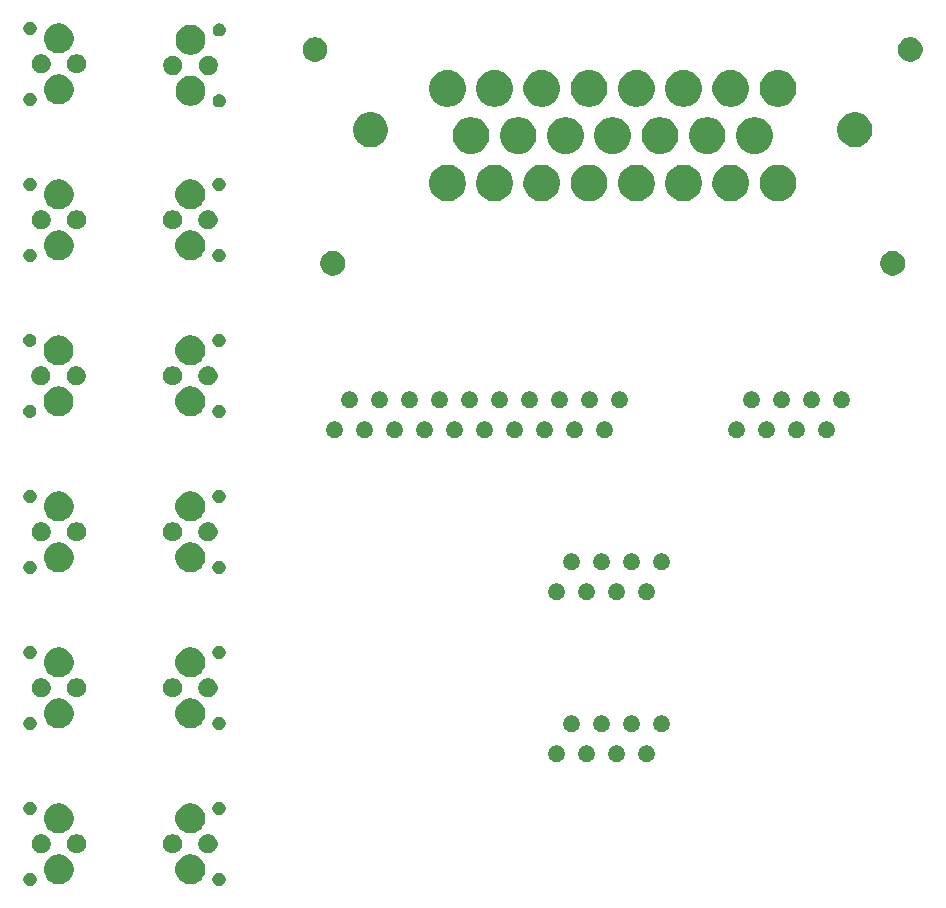
<source format=gbr>
G04 #@! TF.GenerationSoftware,KiCad,Pcbnew,5.1.4-e60b266~84~ubuntu18.04.1*
G04 #@! TF.CreationDate,2019-11-20T23:53:28-05:00*
G04 #@! TF.ProjectId,sensing_module_interface,73656e73-696e-4675-9f6d-6f64756c655f,rev?*
G04 #@! TF.SameCoordinates,Original*
G04 #@! TF.FileFunction,Soldermask,Bot*
G04 #@! TF.FilePolarity,Negative*
%FSLAX46Y46*%
G04 Gerber Fmt 4.6, Leading zero omitted, Abs format (unit mm)*
G04 Created by KiCad (PCBNEW 5.1.4-e60b266~84~ubuntu18.04.1) date 2019-11-20 23:53:28*
%MOMM*%
%LPD*%
G04 APERTURE LIST*
%ADD10C,0.100000*%
G04 APERTURE END LIST*
D10*
G36*
X109256051Y-134031680D02*
G01*
X109306920Y-134052751D01*
X109357786Y-134073820D01*
X109449342Y-134134996D01*
X109527204Y-134212858D01*
X109588380Y-134304414D01*
X109597589Y-134326648D01*
X109630520Y-134406149D01*
X109652000Y-134514141D01*
X109652000Y-134624259D01*
X109630520Y-134732251D01*
X109609449Y-134783120D01*
X109588380Y-134833986D01*
X109527204Y-134925542D01*
X109449342Y-135003404D01*
X109357786Y-135064580D01*
X109306920Y-135085649D01*
X109256051Y-135106720D01*
X109148059Y-135128200D01*
X109037941Y-135128200D01*
X108929949Y-135106720D01*
X108879080Y-135085649D01*
X108828214Y-135064580D01*
X108736658Y-135003404D01*
X108658796Y-134925542D01*
X108597620Y-134833986D01*
X108576551Y-134783120D01*
X108555480Y-134732251D01*
X108534000Y-134624259D01*
X108534000Y-134514141D01*
X108555480Y-134406149D01*
X108588411Y-134326648D01*
X108597620Y-134304414D01*
X108658796Y-134212858D01*
X108736658Y-134134996D01*
X108828214Y-134073820D01*
X108879080Y-134052751D01*
X108929949Y-134031680D01*
X109037941Y-134010200D01*
X109148059Y-134010200D01*
X109256051Y-134031680D01*
X109256051Y-134031680D01*
G37*
G36*
X93254051Y-134031680D02*
G01*
X93304920Y-134052751D01*
X93355786Y-134073820D01*
X93447342Y-134134996D01*
X93525204Y-134212858D01*
X93586380Y-134304414D01*
X93595589Y-134326648D01*
X93628520Y-134406149D01*
X93650000Y-134514141D01*
X93650000Y-134624259D01*
X93628520Y-134732251D01*
X93607449Y-134783120D01*
X93586380Y-134833986D01*
X93525204Y-134925542D01*
X93447342Y-135003404D01*
X93355786Y-135064580D01*
X93304920Y-135085649D01*
X93254051Y-135106720D01*
X93146059Y-135128200D01*
X93035941Y-135128200D01*
X92927949Y-135106720D01*
X92877080Y-135085649D01*
X92826214Y-135064580D01*
X92734658Y-135003404D01*
X92656796Y-134925542D01*
X92595620Y-134833986D01*
X92574551Y-134783120D01*
X92553480Y-134732251D01*
X92532000Y-134624259D01*
X92532000Y-134514141D01*
X92553480Y-134406149D01*
X92586411Y-134326648D01*
X92595620Y-134304414D01*
X92656796Y-134212858D01*
X92734658Y-134134996D01*
X92826214Y-134073820D01*
X92877080Y-134052751D01*
X92927949Y-134031680D01*
X93035941Y-134010200D01*
X93146059Y-134010200D01*
X93254051Y-134031680D01*
X93254051Y-134031680D01*
G37*
G36*
X106899926Y-132497662D02*
G01*
X107021399Y-132521825D01*
X107250250Y-132616618D01*
X107456210Y-132754236D01*
X107631364Y-132929390D01*
X107768982Y-133135350D01*
X107863775Y-133364201D01*
X107912100Y-133607147D01*
X107912100Y-133854853D01*
X107863775Y-134097799D01*
X107768982Y-134326650D01*
X107631364Y-134532610D01*
X107456210Y-134707764D01*
X107250250Y-134845382D01*
X107021399Y-134940175D01*
X106899926Y-134964338D01*
X106778454Y-134988500D01*
X106530746Y-134988500D01*
X106409274Y-134964338D01*
X106287801Y-134940175D01*
X106058950Y-134845382D01*
X105852990Y-134707764D01*
X105677836Y-134532610D01*
X105540218Y-134326650D01*
X105445425Y-134097799D01*
X105397100Y-133854853D01*
X105397100Y-133607147D01*
X105445425Y-133364201D01*
X105540218Y-133135350D01*
X105677836Y-132929390D01*
X105852990Y-132754236D01*
X106058950Y-132616618D01*
X106287801Y-132521825D01*
X106409274Y-132497662D01*
X106530746Y-132473500D01*
X106778454Y-132473500D01*
X106899926Y-132497662D01*
X106899926Y-132497662D01*
G37*
G36*
X95774726Y-132497662D02*
G01*
X95896199Y-132521825D01*
X96125050Y-132616618D01*
X96331010Y-132754236D01*
X96506164Y-132929390D01*
X96643782Y-133135350D01*
X96738575Y-133364201D01*
X96786900Y-133607147D01*
X96786900Y-133854853D01*
X96738575Y-134097799D01*
X96643782Y-134326650D01*
X96506164Y-134532610D01*
X96331010Y-134707764D01*
X96125050Y-134845382D01*
X95896199Y-134940175D01*
X95774726Y-134964338D01*
X95653254Y-134988500D01*
X95405546Y-134988500D01*
X95284074Y-134964338D01*
X95162601Y-134940175D01*
X94933750Y-134845382D01*
X94727790Y-134707764D01*
X94552636Y-134532610D01*
X94415018Y-134326650D01*
X94320225Y-134097799D01*
X94271900Y-133854853D01*
X94271900Y-133607147D01*
X94320225Y-133364201D01*
X94415018Y-133135350D01*
X94552636Y-132929390D01*
X94727790Y-132754236D01*
X94933750Y-132616618D01*
X95162601Y-132521825D01*
X95284074Y-132497662D01*
X95405546Y-132473500D01*
X95653254Y-132473500D01*
X95774726Y-132497662D01*
X95774726Y-132497662D01*
G37*
G36*
X108390342Y-130790242D02*
G01*
X108538301Y-130851529D01*
X108671455Y-130940499D01*
X108784701Y-131053745D01*
X108873671Y-131186899D01*
X108934958Y-131334858D01*
X108966200Y-131491925D01*
X108966200Y-131652075D01*
X108934958Y-131809142D01*
X108873671Y-131957101D01*
X108784701Y-132090255D01*
X108671455Y-132203501D01*
X108538301Y-132292471D01*
X108390342Y-132353758D01*
X108233275Y-132385000D01*
X108073125Y-132385000D01*
X107916058Y-132353758D01*
X107768099Y-132292471D01*
X107634945Y-132203501D01*
X107521699Y-132090255D01*
X107432729Y-131957101D01*
X107371442Y-131809142D01*
X107340200Y-131652075D01*
X107340200Y-131491925D01*
X107371442Y-131334858D01*
X107432729Y-131186899D01*
X107521699Y-131053745D01*
X107634945Y-130940499D01*
X107768099Y-130851529D01*
X107916058Y-130790242D01*
X108073125Y-130759000D01*
X108233275Y-130759000D01*
X108390342Y-130790242D01*
X108390342Y-130790242D01*
G37*
G36*
X94267942Y-130790242D02*
G01*
X94415901Y-130851529D01*
X94549055Y-130940499D01*
X94662301Y-131053745D01*
X94751271Y-131186899D01*
X94812558Y-131334858D01*
X94843800Y-131491925D01*
X94843800Y-131652075D01*
X94812558Y-131809142D01*
X94751271Y-131957101D01*
X94662301Y-132090255D01*
X94549055Y-132203501D01*
X94415901Y-132292471D01*
X94267942Y-132353758D01*
X94110875Y-132385000D01*
X93950725Y-132385000D01*
X93793658Y-132353758D01*
X93645699Y-132292471D01*
X93512545Y-132203501D01*
X93399299Y-132090255D01*
X93310329Y-131957101D01*
X93249042Y-131809142D01*
X93217800Y-131652075D01*
X93217800Y-131491925D01*
X93249042Y-131334858D01*
X93310329Y-131186899D01*
X93399299Y-131053745D01*
X93512545Y-130940499D01*
X93645699Y-130851529D01*
X93793658Y-130790242D01*
X93950725Y-130759000D01*
X94110875Y-130759000D01*
X94267942Y-130790242D01*
X94267942Y-130790242D01*
G37*
G36*
X97265142Y-130790242D02*
G01*
X97413101Y-130851529D01*
X97546255Y-130940499D01*
X97659501Y-131053745D01*
X97748471Y-131186899D01*
X97809758Y-131334858D01*
X97841000Y-131491925D01*
X97841000Y-131652075D01*
X97809758Y-131809142D01*
X97748471Y-131957101D01*
X97659501Y-132090255D01*
X97546255Y-132203501D01*
X97413101Y-132292471D01*
X97265142Y-132353758D01*
X97108075Y-132385000D01*
X96947925Y-132385000D01*
X96790858Y-132353758D01*
X96642899Y-132292471D01*
X96509745Y-132203501D01*
X96396499Y-132090255D01*
X96307529Y-131957101D01*
X96246242Y-131809142D01*
X96215000Y-131652075D01*
X96215000Y-131491925D01*
X96246242Y-131334858D01*
X96307529Y-131186899D01*
X96396499Y-131053745D01*
X96509745Y-130940499D01*
X96642899Y-130851529D01*
X96790858Y-130790242D01*
X96947925Y-130759000D01*
X97108075Y-130759000D01*
X97265142Y-130790242D01*
X97265142Y-130790242D01*
G37*
G36*
X105393142Y-130790242D02*
G01*
X105541101Y-130851529D01*
X105674255Y-130940499D01*
X105787501Y-131053745D01*
X105876471Y-131186899D01*
X105937758Y-131334858D01*
X105969000Y-131491925D01*
X105969000Y-131652075D01*
X105937758Y-131809142D01*
X105876471Y-131957101D01*
X105787501Y-132090255D01*
X105674255Y-132203501D01*
X105541101Y-132292471D01*
X105393142Y-132353758D01*
X105236075Y-132385000D01*
X105075925Y-132385000D01*
X104918858Y-132353758D01*
X104770899Y-132292471D01*
X104637745Y-132203501D01*
X104524499Y-132090255D01*
X104435529Y-131957101D01*
X104374242Y-131809142D01*
X104343000Y-131652075D01*
X104343000Y-131491925D01*
X104374242Y-131334858D01*
X104435529Y-131186899D01*
X104524499Y-131053745D01*
X104637745Y-130940499D01*
X104770899Y-130851529D01*
X104918858Y-130790242D01*
X105075925Y-130759000D01*
X105236075Y-130759000D01*
X105393142Y-130790242D01*
X105393142Y-130790242D01*
G37*
G36*
X106899926Y-128179662D02*
G01*
X107021399Y-128203825D01*
X107250250Y-128298618D01*
X107456210Y-128436236D01*
X107631364Y-128611390D01*
X107768982Y-128817350D01*
X107863775Y-129046201D01*
X107912100Y-129289147D01*
X107912100Y-129536853D01*
X107863775Y-129779799D01*
X107768982Y-130008650D01*
X107631364Y-130214610D01*
X107456210Y-130389764D01*
X107250250Y-130527382D01*
X107021399Y-130622175D01*
X106899926Y-130646337D01*
X106778454Y-130670500D01*
X106530746Y-130670500D01*
X106409274Y-130646337D01*
X106287801Y-130622175D01*
X106058950Y-130527382D01*
X105852990Y-130389764D01*
X105677836Y-130214610D01*
X105540218Y-130008650D01*
X105445425Y-129779799D01*
X105397100Y-129536853D01*
X105397100Y-129289147D01*
X105445425Y-129046201D01*
X105540218Y-128817350D01*
X105677836Y-128611390D01*
X105852990Y-128436236D01*
X106058950Y-128298618D01*
X106287801Y-128203825D01*
X106409274Y-128179662D01*
X106530746Y-128155500D01*
X106778454Y-128155500D01*
X106899926Y-128179662D01*
X106899926Y-128179662D01*
G37*
G36*
X95774726Y-128179662D02*
G01*
X95896199Y-128203825D01*
X96125050Y-128298618D01*
X96331010Y-128436236D01*
X96506164Y-128611390D01*
X96643782Y-128817350D01*
X96738575Y-129046201D01*
X96786900Y-129289147D01*
X96786900Y-129536853D01*
X96738575Y-129779799D01*
X96643782Y-130008650D01*
X96506164Y-130214610D01*
X96331010Y-130389764D01*
X96125050Y-130527382D01*
X95896199Y-130622175D01*
X95774726Y-130646337D01*
X95653254Y-130670500D01*
X95405546Y-130670500D01*
X95284074Y-130646337D01*
X95162601Y-130622175D01*
X94933750Y-130527382D01*
X94727790Y-130389764D01*
X94552636Y-130214610D01*
X94415018Y-130008650D01*
X94320225Y-129779799D01*
X94271900Y-129536853D01*
X94271900Y-129289147D01*
X94320225Y-129046201D01*
X94415018Y-128817350D01*
X94552636Y-128611390D01*
X94727790Y-128436236D01*
X94933750Y-128298618D01*
X95162601Y-128203825D01*
X95284074Y-128179662D01*
X95405546Y-128155500D01*
X95653254Y-128155500D01*
X95774726Y-128179662D01*
X95774726Y-128179662D01*
G37*
G36*
X109256051Y-128037280D02*
G01*
X109306920Y-128058351D01*
X109357786Y-128079420D01*
X109449342Y-128140596D01*
X109527204Y-128218458D01*
X109588380Y-128310014D01*
X109609449Y-128360880D01*
X109630520Y-128411749D01*
X109652000Y-128519741D01*
X109652000Y-128629859D01*
X109630520Y-128737851D01*
X109609449Y-128788720D01*
X109588380Y-128839586D01*
X109527204Y-128931142D01*
X109449342Y-129009004D01*
X109357786Y-129070180D01*
X109306920Y-129091249D01*
X109256051Y-129112320D01*
X109148059Y-129133800D01*
X109037941Y-129133800D01*
X108929949Y-129112320D01*
X108879080Y-129091249D01*
X108828214Y-129070180D01*
X108736658Y-129009004D01*
X108658796Y-128931142D01*
X108597620Y-128839586D01*
X108576551Y-128788720D01*
X108555480Y-128737851D01*
X108534000Y-128629859D01*
X108534000Y-128519741D01*
X108555480Y-128411749D01*
X108576551Y-128360880D01*
X108597620Y-128310014D01*
X108658796Y-128218458D01*
X108736658Y-128140596D01*
X108828214Y-128079420D01*
X108879080Y-128058351D01*
X108929949Y-128037280D01*
X109037941Y-128015800D01*
X109148059Y-128015800D01*
X109256051Y-128037280D01*
X109256051Y-128037280D01*
G37*
G36*
X93254051Y-128037280D02*
G01*
X93304920Y-128058351D01*
X93355786Y-128079420D01*
X93447342Y-128140596D01*
X93525204Y-128218458D01*
X93586380Y-128310014D01*
X93607449Y-128360880D01*
X93628520Y-128411749D01*
X93650000Y-128519741D01*
X93650000Y-128629859D01*
X93628520Y-128737851D01*
X93607449Y-128788720D01*
X93586380Y-128839586D01*
X93525204Y-128931142D01*
X93447342Y-129009004D01*
X93355786Y-129070180D01*
X93304920Y-129091249D01*
X93254051Y-129112320D01*
X93146059Y-129133800D01*
X93035941Y-129133800D01*
X92927949Y-129112320D01*
X92877080Y-129091249D01*
X92826214Y-129070180D01*
X92734658Y-129009004D01*
X92656796Y-128931142D01*
X92595620Y-128839586D01*
X92574551Y-128788720D01*
X92553480Y-128737851D01*
X92532000Y-128629859D01*
X92532000Y-128519741D01*
X92553480Y-128411749D01*
X92574551Y-128360880D01*
X92595620Y-128310014D01*
X92656796Y-128218458D01*
X92734658Y-128140596D01*
X92826214Y-128079420D01*
X92877080Y-128058351D01*
X92927949Y-128037280D01*
X93035941Y-128015800D01*
X93146059Y-128015800D01*
X93254051Y-128037280D01*
X93254051Y-128037280D01*
G37*
G36*
X145492473Y-123277938D02*
G01*
X145620049Y-123330782D01*
X145734859Y-123407495D01*
X145832505Y-123505141D01*
X145909218Y-123619951D01*
X145962062Y-123747527D01*
X145989000Y-123882956D01*
X145989000Y-124021044D01*
X145962062Y-124156473D01*
X145909218Y-124284049D01*
X145832505Y-124398859D01*
X145734859Y-124496505D01*
X145620049Y-124573218D01*
X145492473Y-124626062D01*
X145357044Y-124653000D01*
X145218956Y-124653000D01*
X145083527Y-124626062D01*
X144955951Y-124573218D01*
X144841141Y-124496505D01*
X144743495Y-124398859D01*
X144666782Y-124284049D01*
X144613938Y-124156473D01*
X144587000Y-124021044D01*
X144587000Y-123882956D01*
X144613938Y-123747527D01*
X144666782Y-123619951D01*
X144743495Y-123505141D01*
X144841141Y-123407495D01*
X144955951Y-123330782D01*
X145083527Y-123277938D01*
X145218956Y-123251000D01*
X145357044Y-123251000D01*
X145492473Y-123277938D01*
X145492473Y-123277938D01*
G37*
G36*
X142952473Y-123277938D02*
G01*
X143080049Y-123330782D01*
X143194859Y-123407495D01*
X143292505Y-123505141D01*
X143369218Y-123619951D01*
X143422062Y-123747527D01*
X143449000Y-123882956D01*
X143449000Y-124021044D01*
X143422062Y-124156473D01*
X143369218Y-124284049D01*
X143292505Y-124398859D01*
X143194859Y-124496505D01*
X143080049Y-124573218D01*
X142952473Y-124626062D01*
X142817044Y-124653000D01*
X142678956Y-124653000D01*
X142543527Y-124626062D01*
X142415951Y-124573218D01*
X142301141Y-124496505D01*
X142203495Y-124398859D01*
X142126782Y-124284049D01*
X142073938Y-124156473D01*
X142047000Y-124021044D01*
X142047000Y-123882956D01*
X142073938Y-123747527D01*
X142126782Y-123619951D01*
X142203495Y-123505141D01*
X142301141Y-123407495D01*
X142415951Y-123330782D01*
X142543527Y-123277938D01*
X142678956Y-123251000D01*
X142817044Y-123251000D01*
X142952473Y-123277938D01*
X142952473Y-123277938D01*
G37*
G36*
X137872473Y-123277938D02*
G01*
X138000049Y-123330782D01*
X138114859Y-123407495D01*
X138212505Y-123505141D01*
X138289218Y-123619951D01*
X138342062Y-123747527D01*
X138369000Y-123882956D01*
X138369000Y-124021044D01*
X138342062Y-124156473D01*
X138289218Y-124284049D01*
X138212505Y-124398859D01*
X138114859Y-124496505D01*
X138000049Y-124573218D01*
X137872473Y-124626062D01*
X137737044Y-124653000D01*
X137598956Y-124653000D01*
X137463527Y-124626062D01*
X137335951Y-124573218D01*
X137221141Y-124496505D01*
X137123495Y-124398859D01*
X137046782Y-124284049D01*
X136993938Y-124156473D01*
X136967000Y-124021044D01*
X136967000Y-123882956D01*
X136993938Y-123747527D01*
X137046782Y-123619951D01*
X137123495Y-123505141D01*
X137221141Y-123407495D01*
X137335951Y-123330782D01*
X137463527Y-123277938D01*
X137598956Y-123251000D01*
X137737044Y-123251000D01*
X137872473Y-123277938D01*
X137872473Y-123277938D01*
G37*
G36*
X140412473Y-123277938D02*
G01*
X140540049Y-123330782D01*
X140654859Y-123407495D01*
X140752505Y-123505141D01*
X140829218Y-123619951D01*
X140882062Y-123747527D01*
X140909000Y-123882956D01*
X140909000Y-124021044D01*
X140882062Y-124156473D01*
X140829218Y-124284049D01*
X140752505Y-124398859D01*
X140654859Y-124496505D01*
X140540049Y-124573218D01*
X140412473Y-124626062D01*
X140277044Y-124653000D01*
X140138956Y-124653000D01*
X140003527Y-124626062D01*
X139875951Y-124573218D01*
X139761141Y-124496505D01*
X139663495Y-124398859D01*
X139586782Y-124284049D01*
X139533938Y-124156473D01*
X139507000Y-124021044D01*
X139507000Y-123882956D01*
X139533938Y-123747527D01*
X139586782Y-123619951D01*
X139663495Y-123505141D01*
X139761141Y-123407495D01*
X139875951Y-123330782D01*
X140003527Y-123277938D01*
X140138956Y-123251000D01*
X140277044Y-123251000D01*
X140412473Y-123277938D01*
X140412473Y-123277938D01*
G37*
G36*
X144222473Y-120737938D02*
G01*
X144350049Y-120790782D01*
X144464859Y-120867495D01*
X144562505Y-120965141D01*
X144639218Y-121079951D01*
X144692062Y-121207527D01*
X144719000Y-121342956D01*
X144719000Y-121481044D01*
X144692062Y-121616473D01*
X144639218Y-121744049D01*
X144562505Y-121858859D01*
X144464859Y-121956505D01*
X144350049Y-122033218D01*
X144222473Y-122086062D01*
X144087044Y-122113000D01*
X143948956Y-122113000D01*
X143813527Y-122086062D01*
X143685951Y-122033218D01*
X143571141Y-121956505D01*
X143473495Y-121858859D01*
X143396782Y-121744049D01*
X143343938Y-121616473D01*
X143317000Y-121481044D01*
X143317000Y-121342956D01*
X143343938Y-121207527D01*
X143396782Y-121079951D01*
X143473495Y-120965141D01*
X143571141Y-120867495D01*
X143685951Y-120790782D01*
X143813527Y-120737938D01*
X143948956Y-120711000D01*
X144087044Y-120711000D01*
X144222473Y-120737938D01*
X144222473Y-120737938D01*
G37*
G36*
X141682473Y-120737938D02*
G01*
X141810049Y-120790782D01*
X141924859Y-120867495D01*
X142022505Y-120965141D01*
X142099218Y-121079951D01*
X142152062Y-121207527D01*
X142179000Y-121342956D01*
X142179000Y-121481044D01*
X142152062Y-121616473D01*
X142099218Y-121744049D01*
X142022505Y-121858859D01*
X141924859Y-121956505D01*
X141810049Y-122033218D01*
X141682473Y-122086062D01*
X141547044Y-122113000D01*
X141408956Y-122113000D01*
X141273527Y-122086062D01*
X141145951Y-122033218D01*
X141031141Y-121956505D01*
X140933495Y-121858859D01*
X140856782Y-121744049D01*
X140803938Y-121616473D01*
X140777000Y-121481044D01*
X140777000Y-121342956D01*
X140803938Y-121207527D01*
X140856782Y-121079951D01*
X140933495Y-120965141D01*
X141031141Y-120867495D01*
X141145951Y-120790782D01*
X141273527Y-120737938D01*
X141408956Y-120711000D01*
X141547044Y-120711000D01*
X141682473Y-120737938D01*
X141682473Y-120737938D01*
G37*
G36*
X139142473Y-120737938D02*
G01*
X139270049Y-120790782D01*
X139384859Y-120867495D01*
X139482505Y-120965141D01*
X139559218Y-121079951D01*
X139612062Y-121207527D01*
X139639000Y-121342956D01*
X139639000Y-121481044D01*
X139612062Y-121616473D01*
X139559218Y-121744049D01*
X139482505Y-121858859D01*
X139384859Y-121956505D01*
X139270049Y-122033218D01*
X139142473Y-122086062D01*
X139007044Y-122113000D01*
X138868956Y-122113000D01*
X138733527Y-122086062D01*
X138605951Y-122033218D01*
X138491141Y-121956505D01*
X138393495Y-121858859D01*
X138316782Y-121744049D01*
X138263938Y-121616473D01*
X138237000Y-121481044D01*
X138237000Y-121342956D01*
X138263938Y-121207527D01*
X138316782Y-121079951D01*
X138393495Y-120965141D01*
X138491141Y-120867495D01*
X138605951Y-120790782D01*
X138733527Y-120737938D01*
X138868956Y-120711000D01*
X139007044Y-120711000D01*
X139142473Y-120737938D01*
X139142473Y-120737938D01*
G37*
G36*
X146762473Y-120737938D02*
G01*
X146890049Y-120790782D01*
X147004859Y-120867495D01*
X147102505Y-120965141D01*
X147179218Y-121079951D01*
X147232062Y-121207527D01*
X147259000Y-121342956D01*
X147259000Y-121481044D01*
X147232062Y-121616473D01*
X147179218Y-121744049D01*
X147102505Y-121858859D01*
X147004859Y-121956505D01*
X146890049Y-122033218D01*
X146762473Y-122086062D01*
X146627044Y-122113000D01*
X146488956Y-122113000D01*
X146353527Y-122086062D01*
X146225951Y-122033218D01*
X146111141Y-121956505D01*
X146013495Y-121858859D01*
X145936782Y-121744049D01*
X145883938Y-121616473D01*
X145857000Y-121481044D01*
X145857000Y-121342956D01*
X145883938Y-121207527D01*
X145936782Y-121079951D01*
X146013495Y-120965141D01*
X146111141Y-120867495D01*
X146225951Y-120790782D01*
X146353527Y-120737938D01*
X146488956Y-120711000D01*
X146627044Y-120711000D01*
X146762473Y-120737938D01*
X146762473Y-120737938D01*
G37*
G36*
X109256051Y-120823680D02*
G01*
X109306920Y-120844751D01*
X109357786Y-120865820D01*
X109449342Y-120926996D01*
X109527204Y-121004858D01*
X109588380Y-121096414D01*
X109597589Y-121118648D01*
X109630520Y-121198149D01*
X109652000Y-121306141D01*
X109652000Y-121416259D01*
X109630520Y-121524251D01*
X109609449Y-121575120D01*
X109588380Y-121625986D01*
X109527204Y-121717542D01*
X109449342Y-121795404D01*
X109357786Y-121856580D01*
X109306920Y-121877649D01*
X109256051Y-121898720D01*
X109148059Y-121920200D01*
X109037941Y-121920200D01*
X108929949Y-121898720D01*
X108879080Y-121877649D01*
X108828214Y-121856580D01*
X108736658Y-121795404D01*
X108658796Y-121717542D01*
X108597620Y-121625986D01*
X108576551Y-121575120D01*
X108555480Y-121524251D01*
X108534000Y-121416259D01*
X108534000Y-121306141D01*
X108555480Y-121198149D01*
X108588411Y-121118648D01*
X108597620Y-121096414D01*
X108658796Y-121004858D01*
X108736658Y-120926996D01*
X108828214Y-120865820D01*
X108879080Y-120844751D01*
X108929949Y-120823680D01*
X109037941Y-120802200D01*
X109148059Y-120802200D01*
X109256051Y-120823680D01*
X109256051Y-120823680D01*
G37*
G36*
X93254051Y-120823680D02*
G01*
X93304920Y-120844751D01*
X93355786Y-120865820D01*
X93447342Y-120926996D01*
X93525204Y-121004858D01*
X93586380Y-121096414D01*
X93595589Y-121118648D01*
X93628520Y-121198149D01*
X93650000Y-121306141D01*
X93650000Y-121416259D01*
X93628520Y-121524251D01*
X93607449Y-121575120D01*
X93586380Y-121625986D01*
X93525204Y-121717542D01*
X93447342Y-121795404D01*
X93355786Y-121856580D01*
X93304920Y-121877649D01*
X93254051Y-121898720D01*
X93146059Y-121920200D01*
X93035941Y-121920200D01*
X92927949Y-121898720D01*
X92877080Y-121877649D01*
X92826214Y-121856580D01*
X92734658Y-121795404D01*
X92656796Y-121717542D01*
X92595620Y-121625986D01*
X92574551Y-121575120D01*
X92553480Y-121524251D01*
X92532000Y-121416259D01*
X92532000Y-121306141D01*
X92553480Y-121198149D01*
X92586411Y-121118648D01*
X92595620Y-121096414D01*
X92656796Y-121004858D01*
X92734658Y-120926996D01*
X92826214Y-120865820D01*
X92877080Y-120844751D01*
X92927949Y-120823680D01*
X93035941Y-120802200D01*
X93146059Y-120802200D01*
X93254051Y-120823680D01*
X93254051Y-120823680D01*
G37*
G36*
X106899926Y-119289663D02*
G01*
X107021399Y-119313825D01*
X107250250Y-119408618D01*
X107456210Y-119546236D01*
X107631364Y-119721390D01*
X107768982Y-119927350D01*
X107863775Y-120156201D01*
X107912100Y-120399147D01*
X107912100Y-120646853D01*
X107863775Y-120889799D01*
X107768982Y-121118650D01*
X107631364Y-121324610D01*
X107456210Y-121499764D01*
X107250250Y-121637382D01*
X107021399Y-121732175D01*
X106961709Y-121744048D01*
X106778454Y-121780500D01*
X106530746Y-121780500D01*
X106347491Y-121744048D01*
X106287801Y-121732175D01*
X106058950Y-121637382D01*
X105852990Y-121499764D01*
X105677836Y-121324610D01*
X105540218Y-121118650D01*
X105445425Y-120889799D01*
X105397100Y-120646853D01*
X105397100Y-120399147D01*
X105445425Y-120156201D01*
X105540218Y-119927350D01*
X105677836Y-119721390D01*
X105852990Y-119546236D01*
X106058950Y-119408618D01*
X106287801Y-119313825D01*
X106409274Y-119289663D01*
X106530746Y-119265500D01*
X106778454Y-119265500D01*
X106899926Y-119289663D01*
X106899926Y-119289663D01*
G37*
G36*
X95774726Y-119289663D02*
G01*
X95896199Y-119313825D01*
X96125050Y-119408618D01*
X96331010Y-119546236D01*
X96506164Y-119721390D01*
X96643782Y-119927350D01*
X96738575Y-120156201D01*
X96786900Y-120399147D01*
X96786900Y-120646853D01*
X96738575Y-120889799D01*
X96643782Y-121118650D01*
X96506164Y-121324610D01*
X96331010Y-121499764D01*
X96125050Y-121637382D01*
X95896199Y-121732175D01*
X95836509Y-121744048D01*
X95653254Y-121780500D01*
X95405546Y-121780500D01*
X95222291Y-121744048D01*
X95162601Y-121732175D01*
X94933750Y-121637382D01*
X94727790Y-121499764D01*
X94552636Y-121324610D01*
X94415018Y-121118650D01*
X94320225Y-120889799D01*
X94271900Y-120646853D01*
X94271900Y-120399147D01*
X94320225Y-120156201D01*
X94415018Y-119927350D01*
X94552636Y-119721390D01*
X94727790Y-119546236D01*
X94933750Y-119408618D01*
X95162601Y-119313825D01*
X95284074Y-119289663D01*
X95405546Y-119265500D01*
X95653254Y-119265500D01*
X95774726Y-119289663D01*
X95774726Y-119289663D01*
G37*
G36*
X108390342Y-117582242D02*
G01*
X108538301Y-117643529D01*
X108671455Y-117732499D01*
X108784701Y-117845745D01*
X108873671Y-117978899D01*
X108934958Y-118126858D01*
X108966200Y-118283925D01*
X108966200Y-118444075D01*
X108934958Y-118601142D01*
X108873671Y-118749101D01*
X108784701Y-118882255D01*
X108671455Y-118995501D01*
X108538301Y-119084471D01*
X108390342Y-119145758D01*
X108233275Y-119177000D01*
X108073125Y-119177000D01*
X107916058Y-119145758D01*
X107768099Y-119084471D01*
X107634945Y-118995501D01*
X107521699Y-118882255D01*
X107432729Y-118749101D01*
X107371442Y-118601142D01*
X107340200Y-118444075D01*
X107340200Y-118283925D01*
X107371442Y-118126858D01*
X107432729Y-117978899D01*
X107521699Y-117845745D01*
X107634945Y-117732499D01*
X107768099Y-117643529D01*
X107916058Y-117582242D01*
X108073125Y-117551000D01*
X108233275Y-117551000D01*
X108390342Y-117582242D01*
X108390342Y-117582242D01*
G37*
G36*
X105393142Y-117582242D02*
G01*
X105541101Y-117643529D01*
X105674255Y-117732499D01*
X105787501Y-117845745D01*
X105876471Y-117978899D01*
X105937758Y-118126858D01*
X105969000Y-118283925D01*
X105969000Y-118444075D01*
X105937758Y-118601142D01*
X105876471Y-118749101D01*
X105787501Y-118882255D01*
X105674255Y-118995501D01*
X105541101Y-119084471D01*
X105393142Y-119145758D01*
X105236075Y-119177000D01*
X105075925Y-119177000D01*
X104918858Y-119145758D01*
X104770899Y-119084471D01*
X104637745Y-118995501D01*
X104524499Y-118882255D01*
X104435529Y-118749101D01*
X104374242Y-118601142D01*
X104343000Y-118444075D01*
X104343000Y-118283925D01*
X104374242Y-118126858D01*
X104435529Y-117978899D01*
X104524499Y-117845745D01*
X104637745Y-117732499D01*
X104770899Y-117643529D01*
X104918858Y-117582242D01*
X105075925Y-117551000D01*
X105236075Y-117551000D01*
X105393142Y-117582242D01*
X105393142Y-117582242D01*
G37*
G36*
X97265142Y-117582242D02*
G01*
X97413101Y-117643529D01*
X97546255Y-117732499D01*
X97659501Y-117845745D01*
X97748471Y-117978899D01*
X97809758Y-118126858D01*
X97841000Y-118283925D01*
X97841000Y-118444075D01*
X97809758Y-118601142D01*
X97748471Y-118749101D01*
X97659501Y-118882255D01*
X97546255Y-118995501D01*
X97413101Y-119084471D01*
X97265142Y-119145758D01*
X97108075Y-119177000D01*
X96947925Y-119177000D01*
X96790858Y-119145758D01*
X96642899Y-119084471D01*
X96509745Y-118995501D01*
X96396499Y-118882255D01*
X96307529Y-118749101D01*
X96246242Y-118601142D01*
X96215000Y-118444075D01*
X96215000Y-118283925D01*
X96246242Y-118126858D01*
X96307529Y-117978899D01*
X96396499Y-117845745D01*
X96509745Y-117732499D01*
X96642899Y-117643529D01*
X96790858Y-117582242D01*
X96947925Y-117551000D01*
X97108075Y-117551000D01*
X97265142Y-117582242D01*
X97265142Y-117582242D01*
G37*
G36*
X94267942Y-117582242D02*
G01*
X94415901Y-117643529D01*
X94549055Y-117732499D01*
X94662301Y-117845745D01*
X94751271Y-117978899D01*
X94812558Y-118126858D01*
X94843800Y-118283925D01*
X94843800Y-118444075D01*
X94812558Y-118601142D01*
X94751271Y-118749101D01*
X94662301Y-118882255D01*
X94549055Y-118995501D01*
X94415901Y-119084471D01*
X94267942Y-119145758D01*
X94110875Y-119177000D01*
X93950725Y-119177000D01*
X93793658Y-119145758D01*
X93645699Y-119084471D01*
X93512545Y-118995501D01*
X93399299Y-118882255D01*
X93310329Y-118749101D01*
X93249042Y-118601142D01*
X93217800Y-118444075D01*
X93217800Y-118283925D01*
X93249042Y-118126858D01*
X93310329Y-117978899D01*
X93399299Y-117845745D01*
X93512545Y-117732499D01*
X93645699Y-117643529D01*
X93793658Y-117582242D01*
X93950725Y-117551000D01*
X94110875Y-117551000D01*
X94267942Y-117582242D01*
X94267942Y-117582242D01*
G37*
G36*
X106899926Y-114971663D02*
G01*
X107021399Y-114995825D01*
X107250250Y-115090618D01*
X107456210Y-115228236D01*
X107631364Y-115403390D01*
X107768982Y-115609350D01*
X107863775Y-115838201D01*
X107912100Y-116081147D01*
X107912100Y-116328853D01*
X107863775Y-116571799D01*
X107768982Y-116800650D01*
X107631364Y-117006610D01*
X107456210Y-117181764D01*
X107250250Y-117319382D01*
X107021399Y-117414175D01*
X106899926Y-117438337D01*
X106778454Y-117462500D01*
X106530746Y-117462500D01*
X106409274Y-117438337D01*
X106287801Y-117414175D01*
X106058950Y-117319382D01*
X105852990Y-117181764D01*
X105677836Y-117006610D01*
X105540218Y-116800650D01*
X105445425Y-116571799D01*
X105397100Y-116328853D01*
X105397100Y-116081147D01*
X105445425Y-115838201D01*
X105540218Y-115609350D01*
X105677836Y-115403390D01*
X105852990Y-115228236D01*
X106058950Y-115090618D01*
X106287801Y-114995825D01*
X106409274Y-114971663D01*
X106530746Y-114947500D01*
X106778454Y-114947500D01*
X106899926Y-114971663D01*
X106899926Y-114971663D01*
G37*
G36*
X95774726Y-114971663D02*
G01*
X95896199Y-114995825D01*
X96125050Y-115090618D01*
X96331010Y-115228236D01*
X96506164Y-115403390D01*
X96643782Y-115609350D01*
X96738575Y-115838201D01*
X96786900Y-116081147D01*
X96786900Y-116328853D01*
X96738575Y-116571799D01*
X96643782Y-116800650D01*
X96506164Y-117006610D01*
X96331010Y-117181764D01*
X96125050Y-117319382D01*
X95896199Y-117414175D01*
X95774726Y-117438337D01*
X95653254Y-117462500D01*
X95405546Y-117462500D01*
X95284074Y-117438337D01*
X95162601Y-117414175D01*
X94933750Y-117319382D01*
X94727790Y-117181764D01*
X94552636Y-117006610D01*
X94415018Y-116800650D01*
X94320225Y-116571799D01*
X94271900Y-116328853D01*
X94271900Y-116081147D01*
X94320225Y-115838201D01*
X94415018Y-115609350D01*
X94552636Y-115403390D01*
X94727790Y-115228236D01*
X94933750Y-115090618D01*
X95162601Y-114995825D01*
X95284074Y-114971663D01*
X95405546Y-114947500D01*
X95653254Y-114947500D01*
X95774726Y-114971663D01*
X95774726Y-114971663D01*
G37*
G36*
X109256051Y-114829280D02*
G01*
X109306920Y-114850351D01*
X109357786Y-114871420D01*
X109449342Y-114932596D01*
X109527204Y-115010458D01*
X109588380Y-115102014D01*
X109609449Y-115152880D01*
X109630520Y-115203749D01*
X109652000Y-115311741D01*
X109652000Y-115421859D01*
X109630520Y-115529851D01*
X109609449Y-115580720D01*
X109588380Y-115631586D01*
X109527204Y-115723142D01*
X109449342Y-115801004D01*
X109357786Y-115862180D01*
X109306920Y-115883249D01*
X109256051Y-115904320D01*
X109148059Y-115925800D01*
X109037941Y-115925800D01*
X108929949Y-115904320D01*
X108879080Y-115883249D01*
X108828214Y-115862180D01*
X108736658Y-115801004D01*
X108658796Y-115723142D01*
X108597620Y-115631586D01*
X108576551Y-115580720D01*
X108555480Y-115529851D01*
X108534000Y-115421859D01*
X108534000Y-115311741D01*
X108555480Y-115203749D01*
X108576551Y-115152880D01*
X108597620Y-115102014D01*
X108658796Y-115010458D01*
X108736658Y-114932596D01*
X108828214Y-114871420D01*
X108879080Y-114850351D01*
X108929949Y-114829280D01*
X109037941Y-114807800D01*
X109148059Y-114807800D01*
X109256051Y-114829280D01*
X109256051Y-114829280D01*
G37*
G36*
X93254051Y-114829280D02*
G01*
X93304920Y-114850351D01*
X93355786Y-114871420D01*
X93447342Y-114932596D01*
X93525204Y-115010458D01*
X93586380Y-115102014D01*
X93607449Y-115152880D01*
X93628520Y-115203749D01*
X93650000Y-115311741D01*
X93650000Y-115421859D01*
X93628520Y-115529851D01*
X93607449Y-115580720D01*
X93586380Y-115631586D01*
X93525204Y-115723142D01*
X93447342Y-115801004D01*
X93355786Y-115862180D01*
X93304920Y-115883249D01*
X93254051Y-115904320D01*
X93146059Y-115925800D01*
X93035941Y-115925800D01*
X92927949Y-115904320D01*
X92877080Y-115883249D01*
X92826214Y-115862180D01*
X92734658Y-115801004D01*
X92656796Y-115723142D01*
X92595620Y-115631586D01*
X92574551Y-115580720D01*
X92553480Y-115529851D01*
X92532000Y-115421859D01*
X92532000Y-115311741D01*
X92553480Y-115203749D01*
X92574551Y-115152880D01*
X92595620Y-115102014D01*
X92656796Y-115010458D01*
X92734658Y-114932596D01*
X92826214Y-114871420D01*
X92877080Y-114850351D01*
X92927949Y-114829280D01*
X93035941Y-114807800D01*
X93146059Y-114807800D01*
X93254051Y-114829280D01*
X93254051Y-114829280D01*
G37*
G36*
X145492473Y-109561938D02*
G01*
X145620049Y-109614782D01*
X145734859Y-109691495D01*
X145832505Y-109789141D01*
X145909218Y-109903951D01*
X145962062Y-110031527D01*
X145989000Y-110166956D01*
X145989000Y-110305044D01*
X145962062Y-110440473D01*
X145909218Y-110568049D01*
X145832505Y-110682859D01*
X145734859Y-110780505D01*
X145620049Y-110857218D01*
X145492473Y-110910062D01*
X145357044Y-110937000D01*
X145218956Y-110937000D01*
X145083527Y-110910062D01*
X144955951Y-110857218D01*
X144841141Y-110780505D01*
X144743495Y-110682859D01*
X144666782Y-110568049D01*
X144613938Y-110440473D01*
X144587000Y-110305044D01*
X144587000Y-110166956D01*
X144613938Y-110031527D01*
X144666782Y-109903951D01*
X144743495Y-109789141D01*
X144841141Y-109691495D01*
X144955951Y-109614782D01*
X145083527Y-109561938D01*
X145218956Y-109535000D01*
X145357044Y-109535000D01*
X145492473Y-109561938D01*
X145492473Y-109561938D01*
G37*
G36*
X137872473Y-109561938D02*
G01*
X138000049Y-109614782D01*
X138114859Y-109691495D01*
X138212505Y-109789141D01*
X138289218Y-109903951D01*
X138342062Y-110031527D01*
X138369000Y-110166956D01*
X138369000Y-110305044D01*
X138342062Y-110440473D01*
X138289218Y-110568049D01*
X138212505Y-110682859D01*
X138114859Y-110780505D01*
X138000049Y-110857218D01*
X137872473Y-110910062D01*
X137737044Y-110937000D01*
X137598956Y-110937000D01*
X137463527Y-110910062D01*
X137335951Y-110857218D01*
X137221141Y-110780505D01*
X137123495Y-110682859D01*
X137046782Y-110568049D01*
X136993938Y-110440473D01*
X136967000Y-110305044D01*
X136967000Y-110166956D01*
X136993938Y-110031527D01*
X137046782Y-109903951D01*
X137123495Y-109789141D01*
X137221141Y-109691495D01*
X137335951Y-109614782D01*
X137463527Y-109561938D01*
X137598956Y-109535000D01*
X137737044Y-109535000D01*
X137872473Y-109561938D01*
X137872473Y-109561938D01*
G37*
G36*
X140412473Y-109561938D02*
G01*
X140540049Y-109614782D01*
X140654859Y-109691495D01*
X140752505Y-109789141D01*
X140829218Y-109903951D01*
X140882062Y-110031527D01*
X140909000Y-110166956D01*
X140909000Y-110305044D01*
X140882062Y-110440473D01*
X140829218Y-110568049D01*
X140752505Y-110682859D01*
X140654859Y-110780505D01*
X140540049Y-110857218D01*
X140412473Y-110910062D01*
X140277044Y-110937000D01*
X140138956Y-110937000D01*
X140003527Y-110910062D01*
X139875951Y-110857218D01*
X139761141Y-110780505D01*
X139663495Y-110682859D01*
X139586782Y-110568049D01*
X139533938Y-110440473D01*
X139507000Y-110305044D01*
X139507000Y-110166956D01*
X139533938Y-110031527D01*
X139586782Y-109903951D01*
X139663495Y-109789141D01*
X139761141Y-109691495D01*
X139875951Y-109614782D01*
X140003527Y-109561938D01*
X140138956Y-109535000D01*
X140277044Y-109535000D01*
X140412473Y-109561938D01*
X140412473Y-109561938D01*
G37*
G36*
X142952473Y-109561938D02*
G01*
X143080049Y-109614782D01*
X143194859Y-109691495D01*
X143292505Y-109789141D01*
X143369218Y-109903951D01*
X143422062Y-110031527D01*
X143449000Y-110166956D01*
X143449000Y-110305044D01*
X143422062Y-110440473D01*
X143369218Y-110568049D01*
X143292505Y-110682859D01*
X143194859Y-110780505D01*
X143080049Y-110857218D01*
X142952473Y-110910062D01*
X142817044Y-110937000D01*
X142678956Y-110937000D01*
X142543527Y-110910062D01*
X142415951Y-110857218D01*
X142301141Y-110780505D01*
X142203495Y-110682859D01*
X142126782Y-110568049D01*
X142073938Y-110440473D01*
X142047000Y-110305044D01*
X142047000Y-110166956D01*
X142073938Y-110031527D01*
X142126782Y-109903951D01*
X142203495Y-109789141D01*
X142301141Y-109691495D01*
X142415951Y-109614782D01*
X142543527Y-109561938D01*
X142678956Y-109535000D01*
X142817044Y-109535000D01*
X142952473Y-109561938D01*
X142952473Y-109561938D01*
G37*
G36*
X109256051Y-107615680D02*
G01*
X109306920Y-107636751D01*
X109357786Y-107657820D01*
X109449342Y-107718996D01*
X109527204Y-107796858D01*
X109588380Y-107888414D01*
X109593375Y-107900474D01*
X109630520Y-107990149D01*
X109652000Y-108098141D01*
X109652000Y-108208259D01*
X109630520Y-108316251D01*
X109630119Y-108317218D01*
X109588380Y-108417986D01*
X109527204Y-108509542D01*
X109449342Y-108587404D01*
X109357786Y-108648580D01*
X109306920Y-108669649D01*
X109256051Y-108690720D01*
X109148059Y-108712200D01*
X109037941Y-108712200D01*
X108929949Y-108690720D01*
X108879080Y-108669649D01*
X108828214Y-108648580D01*
X108736658Y-108587404D01*
X108658796Y-108509542D01*
X108597620Y-108417986D01*
X108555881Y-108317218D01*
X108555480Y-108316251D01*
X108534000Y-108208259D01*
X108534000Y-108098141D01*
X108555480Y-107990149D01*
X108592625Y-107900474D01*
X108597620Y-107888414D01*
X108658796Y-107796858D01*
X108736658Y-107718996D01*
X108828214Y-107657820D01*
X108879080Y-107636751D01*
X108929949Y-107615680D01*
X109037941Y-107594200D01*
X109148059Y-107594200D01*
X109256051Y-107615680D01*
X109256051Y-107615680D01*
G37*
G36*
X93254051Y-107615680D02*
G01*
X93304920Y-107636751D01*
X93355786Y-107657820D01*
X93447342Y-107718996D01*
X93525204Y-107796858D01*
X93586380Y-107888414D01*
X93591375Y-107900474D01*
X93628520Y-107990149D01*
X93650000Y-108098141D01*
X93650000Y-108208259D01*
X93628520Y-108316251D01*
X93628119Y-108317218D01*
X93586380Y-108417986D01*
X93525204Y-108509542D01*
X93447342Y-108587404D01*
X93355786Y-108648580D01*
X93304920Y-108669649D01*
X93254051Y-108690720D01*
X93146059Y-108712200D01*
X93035941Y-108712200D01*
X92927949Y-108690720D01*
X92877080Y-108669649D01*
X92826214Y-108648580D01*
X92734658Y-108587404D01*
X92656796Y-108509542D01*
X92595620Y-108417986D01*
X92553881Y-108317218D01*
X92553480Y-108316251D01*
X92532000Y-108208259D01*
X92532000Y-108098141D01*
X92553480Y-107990149D01*
X92590625Y-107900474D01*
X92595620Y-107888414D01*
X92656796Y-107796858D01*
X92734658Y-107718996D01*
X92826214Y-107657820D01*
X92877080Y-107636751D01*
X92927949Y-107615680D01*
X93035941Y-107594200D01*
X93146059Y-107594200D01*
X93254051Y-107615680D01*
X93254051Y-107615680D01*
G37*
G36*
X106899926Y-106081662D02*
G01*
X107021399Y-106105825D01*
X107250250Y-106200618D01*
X107456210Y-106338236D01*
X107631364Y-106513390D01*
X107768982Y-106719350D01*
X107863775Y-106948201D01*
X107863775Y-106948202D01*
X107912100Y-107191146D01*
X107912100Y-107438854D01*
X107887938Y-107560326D01*
X107863775Y-107681799D01*
X107768982Y-107910650D01*
X107631364Y-108116610D01*
X107456210Y-108291764D01*
X107250250Y-108429382D01*
X107021399Y-108524175D01*
X106899926Y-108548338D01*
X106778454Y-108572500D01*
X106530746Y-108572500D01*
X106409274Y-108548338D01*
X106287801Y-108524175D01*
X106058950Y-108429382D01*
X105852990Y-108291764D01*
X105677836Y-108116610D01*
X105540218Y-107910650D01*
X105445425Y-107681799D01*
X105421262Y-107560326D01*
X105397100Y-107438854D01*
X105397100Y-107191146D01*
X105445425Y-106948202D01*
X105445425Y-106948201D01*
X105540218Y-106719350D01*
X105677836Y-106513390D01*
X105852990Y-106338236D01*
X106058950Y-106200618D01*
X106287801Y-106105825D01*
X106409274Y-106081662D01*
X106530746Y-106057500D01*
X106778454Y-106057500D01*
X106899926Y-106081662D01*
X106899926Y-106081662D01*
G37*
G36*
X95774726Y-106081662D02*
G01*
X95896199Y-106105825D01*
X96125050Y-106200618D01*
X96331010Y-106338236D01*
X96506164Y-106513390D01*
X96643782Y-106719350D01*
X96738575Y-106948201D01*
X96738575Y-106948202D01*
X96786900Y-107191146D01*
X96786900Y-107438854D01*
X96762738Y-107560326D01*
X96738575Y-107681799D01*
X96643782Y-107910650D01*
X96506164Y-108116610D01*
X96331010Y-108291764D01*
X96125050Y-108429382D01*
X95896199Y-108524175D01*
X95774726Y-108548338D01*
X95653254Y-108572500D01*
X95405546Y-108572500D01*
X95284074Y-108548338D01*
X95162601Y-108524175D01*
X94933750Y-108429382D01*
X94727790Y-108291764D01*
X94552636Y-108116610D01*
X94415018Y-107910650D01*
X94320225Y-107681799D01*
X94296062Y-107560326D01*
X94271900Y-107438854D01*
X94271900Y-107191146D01*
X94320225Y-106948202D01*
X94320225Y-106948201D01*
X94415018Y-106719350D01*
X94552636Y-106513390D01*
X94727790Y-106338236D01*
X94933750Y-106200618D01*
X95162601Y-106105825D01*
X95284074Y-106081662D01*
X95405546Y-106057500D01*
X95653254Y-106057500D01*
X95774726Y-106081662D01*
X95774726Y-106081662D01*
G37*
G36*
X146762473Y-107021938D02*
G01*
X146890049Y-107074782D01*
X147004859Y-107151495D01*
X147102505Y-107249141D01*
X147179218Y-107363951D01*
X147232062Y-107491527D01*
X147259000Y-107626956D01*
X147259000Y-107765044D01*
X147232062Y-107900473D01*
X147179218Y-108028049D01*
X147102505Y-108142859D01*
X147004859Y-108240505D01*
X146890049Y-108317218D01*
X146762473Y-108370062D01*
X146627044Y-108397000D01*
X146488956Y-108397000D01*
X146353527Y-108370062D01*
X146225951Y-108317218D01*
X146111141Y-108240505D01*
X146013495Y-108142859D01*
X145936782Y-108028049D01*
X145883938Y-107900473D01*
X145857000Y-107765044D01*
X145857000Y-107626956D01*
X145883938Y-107491527D01*
X145936782Y-107363951D01*
X146013495Y-107249141D01*
X146111141Y-107151495D01*
X146225951Y-107074782D01*
X146353527Y-107021938D01*
X146488956Y-106995000D01*
X146627044Y-106995000D01*
X146762473Y-107021938D01*
X146762473Y-107021938D01*
G37*
G36*
X139142473Y-107021938D02*
G01*
X139270049Y-107074782D01*
X139384859Y-107151495D01*
X139482505Y-107249141D01*
X139559218Y-107363951D01*
X139612062Y-107491527D01*
X139639000Y-107626956D01*
X139639000Y-107765044D01*
X139612062Y-107900473D01*
X139559218Y-108028049D01*
X139482505Y-108142859D01*
X139384859Y-108240505D01*
X139270049Y-108317218D01*
X139142473Y-108370062D01*
X139007044Y-108397000D01*
X138868956Y-108397000D01*
X138733527Y-108370062D01*
X138605951Y-108317218D01*
X138491141Y-108240505D01*
X138393495Y-108142859D01*
X138316782Y-108028049D01*
X138263938Y-107900473D01*
X138237000Y-107765044D01*
X138237000Y-107626956D01*
X138263938Y-107491527D01*
X138316782Y-107363951D01*
X138393495Y-107249141D01*
X138491141Y-107151495D01*
X138605951Y-107074782D01*
X138733527Y-107021938D01*
X138868956Y-106995000D01*
X139007044Y-106995000D01*
X139142473Y-107021938D01*
X139142473Y-107021938D01*
G37*
G36*
X144222473Y-107021938D02*
G01*
X144350049Y-107074782D01*
X144464859Y-107151495D01*
X144562505Y-107249141D01*
X144639218Y-107363951D01*
X144692062Y-107491527D01*
X144719000Y-107626956D01*
X144719000Y-107765044D01*
X144692062Y-107900473D01*
X144639218Y-108028049D01*
X144562505Y-108142859D01*
X144464859Y-108240505D01*
X144350049Y-108317218D01*
X144222473Y-108370062D01*
X144087044Y-108397000D01*
X143948956Y-108397000D01*
X143813527Y-108370062D01*
X143685951Y-108317218D01*
X143571141Y-108240505D01*
X143473495Y-108142859D01*
X143396782Y-108028049D01*
X143343938Y-107900473D01*
X143317000Y-107765044D01*
X143317000Y-107626956D01*
X143343938Y-107491527D01*
X143396782Y-107363951D01*
X143473495Y-107249141D01*
X143571141Y-107151495D01*
X143685951Y-107074782D01*
X143813527Y-107021938D01*
X143948956Y-106995000D01*
X144087044Y-106995000D01*
X144222473Y-107021938D01*
X144222473Y-107021938D01*
G37*
G36*
X141682473Y-107021938D02*
G01*
X141810049Y-107074782D01*
X141924859Y-107151495D01*
X142022505Y-107249141D01*
X142099218Y-107363951D01*
X142152062Y-107491527D01*
X142179000Y-107626956D01*
X142179000Y-107765044D01*
X142152062Y-107900473D01*
X142099218Y-108028049D01*
X142022505Y-108142859D01*
X141924859Y-108240505D01*
X141810049Y-108317218D01*
X141682473Y-108370062D01*
X141547044Y-108397000D01*
X141408956Y-108397000D01*
X141273527Y-108370062D01*
X141145951Y-108317218D01*
X141031141Y-108240505D01*
X140933495Y-108142859D01*
X140856782Y-108028049D01*
X140803938Y-107900473D01*
X140777000Y-107765044D01*
X140777000Y-107626956D01*
X140803938Y-107491527D01*
X140856782Y-107363951D01*
X140933495Y-107249141D01*
X141031141Y-107151495D01*
X141145951Y-107074782D01*
X141273527Y-107021938D01*
X141408956Y-106995000D01*
X141547044Y-106995000D01*
X141682473Y-107021938D01*
X141682473Y-107021938D01*
G37*
G36*
X105393142Y-104374242D02*
G01*
X105541101Y-104435529D01*
X105674255Y-104524499D01*
X105787501Y-104637745D01*
X105876471Y-104770899D01*
X105937758Y-104918858D01*
X105969000Y-105075925D01*
X105969000Y-105236075D01*
X105937758Y-105393142D01*
X105876471Y-105541101D01*
X105787501Y-105674255D01*
X105674255Y-105787501D01*
X105541101Y-105876471D01*
X105393142Y-105937758D01*
X105236075Y-105969000D01*
X105075925Y-105969000D01*
X104918858Y-105937758D01*
X104770899Y-105876471D01*
X104637745Y-105787501D01*
X104524499Y-105674255D01*
X104435529Y-105541101D01*
X104374242Y-105393142D01*
X104343000Y-105236075D01*
X104343000Y-105075925D01*
X104374242Y-104918858D01*
X104435529Y-104770899D01*
X104524499Y-104637745D01*
X104637745Y-104524499D01*
X104770899Y-104435529D01*
X104918858Y-104374242D01*
X105075925Y-104343000D01*
X105236075Y-104343000D01*
X105393142Y-104374242D01*
X105393142Y-104374242D01*
G37*
G36*
X108390342Y-104374242D02*
G01*
X108538301Y-104435529D01*
X108671455Y-104524499D01*
X108784701Y-104637745D01*
X108873671Y-104770899D01*
X108934958Y-104918858D01*
X108966200Y-105075925D01*
X108966200Y-105236075D01*
X108934958Y-105393142D01*
X108873671Y-105541101D01*
X108784701Y-105674255D01*
X108671455Y-105787501D01*
X108538301Y-105876471D01*
X108390342Y-105937758D01*
X108233275Y-105969000D01*
X108073125Y-105969000D01*
X107916058Y-105937758D01*
X107768099Y-105876471D01*
X107634945Y-105787501D01*
X107521699Y-105674255D01*
X107432729Y-105541101D01*
X107371442Y-105393142D01*
X107340200Y-105236075D01*
X107340200Y-105075925D01*
X107371442Y-104918858D01*
X107432729Y-104770899D01*
X107521699Y-104637745D01*
X107634945Y-104524499D01*
X107768099Y-104435529D01*
X107916058Y-104374242D01*
X108073125Y-104343000D01*
X108233275Y-104343000D01*
X108390342Y-104374242D01*
X108390342Y-104374242D01*
G37*
G36*
X97265142Y-104374242D02*
G01*
X97413101Y-104435529D01*
X97546255Y-104524499D01*
X97659501Y-104637745D01*
X97748471Y-104770899D01*
X97809758Y-104918858D01*
X97841000Y-105075925D01*
X97841000Y-105236075D01*
X97809758Y-105393142D01*
X97748471Y-105541101D01*
X97659501Y-105674255D01*
X97546255Y-105787501D01*
X97413101Y-105876471D01*
X97265142Y-105937758D01*
X97108075Y-105969000D01*
X96947925Y-105969000D01*
X96790858Y-105937758D01*
X96642899Y-105876471D01*
X96509745Y-105787501D01*
X96396499Y-105674255D01*
X96307529Y-105541101D01*
X96246242Y-105393142D01*
X96215000Y-105236075D01*
X96215000Y-105075925D01*
X96246242Y-104918858D01*
X96307529Y-104770899D01*
X96396499Y-104637745D01*
X96509745Y-104524499D01*
X96642899Y-104435529D01*
X96790858Y-104374242D01*
X96947925Y-104343000D01*
X97108075Y-104343000D01*
X97265142Y-104374242D01*
X97265142Y-104374242D01*
G37*
G36*
X94267942Y-104374242D02*
G01*
X94415901Y-104435529D01*
X94549055Y-104524499D01*
X94662301Y-104637745D01*
X94751271Y-104770899D01*
X94812558Y-104918858D01*
X94843800Y-105075925D01*
X94843800Y-105236075D01*
X94812558Y-105393142D01*
X94751271Y-105541101D01*
X94662301Y-105674255D01*
X94549055Y-105787501D01*
X94415901Y-105876471D01*
X94267942Y-105937758D01*
X94110875Y-105969000D01*
X93950725Y-105969000D01*
X93793658Y-105937758D01*
X93645699Y-105876471D01*
X93512545Y-105787501D01*
X93399299Y-105674255D01*
X93310329Y-105541101D01*
X93249042Y-105393142D01*
X93217800Y-105236075D01*
X93217800Y-105075925D01*
X93249042Y-104918858D01*
X93310329Y-104770899D01*
X93399299Y-104637745D01*
X93512545Y-104524499D01*
X93645699Y-104435529D01*
X93793658Y-104374242D01*
X93950725Y-104343000D01*
X94110875Y-104343000D01*
X94267942Y-104374242D01*
X94267942Y-104374242D01*
G37*
G36*
X95774726Y-101763662D02*
G01*
X95896199Y-101787825D01*
X96125050Y-101882618D01*
X96331010Y-102020236D01*
X96506164Y-102195390D01*
X96643782Y-102401350D01*
X96738575Y-102630201D01*
X96786900Y-102873147D01*
X96786900Y-103120853D01*
X96738575Y-103363799D01*
X96643782Y-103592650D01*
X96506164Y-103798610D01*
X96331010Y-103973764D01*
X96125050Y-104111382D01*
X95896199Y-104206175D01*
X95774726Y-104230338D01*
X95653254Y-104254500D01*
X95405546Y-104254500D01*
X95284074Y-104230338D01*
X95162601Y-104206175D01*
X94933750Y-104111382D01*
X94727790Y-103973764D01*
X94552636Y-103798610D01*
X94415018Y-103592650D01*
X94320225Y-103363799D01*
X94271900Y-103120853D01*
X94271900Y-102873147D01*
X94320225Y-102630201D01*
X94415018Y-102401350D01*
X94552636Y-102195390D01*
X94727790Y-102020236D01*
X94933750Y-101882618D01*
X95162601Y-101787825D01*
X95284074Y-101763662D01*
X95405546Y-101739500D01*
X95653254Y-101739500D01*
X95774726Y-101763662D01*
X95774726Y-101763662D01*
G37*
G36*
X106899926Y-101763662D02*
G01*
X107021399Y-101787825D01*
X107250250Y-101882618D01*
X107456210Y-102020236D01*
X107631364Y-102195390D01*
X107768982Y-102401350D01*
X107863775Y-102630201D01*
X107912100Y-102873147D01*
X107912100Y-103120853D01*
X107863775Y-103363799D01*
X107768982Y-103592650D01*
X107631364Y-103798610D01*
X107456210Y-103973764D01*
X107250250Y-104111382D01*
X107021399Y-104206175D01*
X106899926Y-104230338D01*
X106778454Y-104254500D01*
X106530746Y-104254500D01*
X106409274Y-104230338D01*
X106287801Y-104206175D01*
X106058950Y-104111382D01*
X105852990Y-103973764D01*
X105677836Y-103798610D01*
X105540218Y-103592650D01*
X105445425Y-103363799D01*
X105397100Y-103120853D01*
X105397100Y-102873147D01*
X105445425Y-102630201D01*
X105540218Y-102401350D01*
X105677836Y-102195390D01*
X105852990Y-102020236D01*
X106058950Y-101882618D01*
X106287801Y-101787825D01*
X106409274Y-101763662D01*
X106530746Y-101739500D01*
X106778454Y-101739500D01*
X106899926Y-101763662D01*
X106899926Y-101763662D01*
G37*
G36*
X93254051Y-101621280D02*
G01*
X93304920Y-101642351D01*
X93355786Y-101663420D01*
X93447342Y-101724596D01*
X93525204Y-101802458D01*
X93586380Y-101894014D01*
X93607449Y-101944880D01*
X93628520Y-101995749D01*
X93650000Y-102103741D01*
X93650000Y-102213859D01*
X93628520Y-102321851D01*
X93607449Y-102372720D01*
X93586380Y-102423586D01*
X93525204Y-102515142D01*
X93447342Y-102593004D01*
X93355786Y-102654180D01*
X93304920Y-102675249D01*
X93254051Y-102696320D01*
X93146059Y-102717800D01*
X93035941Y-102717800D01*
X92927949Y-102696320D01*
X92877080Y-102675249D01*
X92826214Y-102654180D01*
X92734658Y-102593004D01*
X92656796Y-102515142D01*
X92595620Y-102423586D01*
X92574551Y-102372720D01*
X92553480Y-102321851D01*
X92532000Y-102213859D01*
X92532000Y-102103741D01*
X92553480Y-101995749D01*
X92574551Y-101944880D01*
X92595620Y-101894014D01*
X92656796Y-101802458D01*
X92734658Y-101724596D01*
X92826214Y-101663420D01*
X92877080Y-101642351D01*
X92927949Y-101621280D01*
X93035941Y-101599800D01*
X93146059Y-101599800D01*
X93254051Y-101621280D01*
X93254051Y-101621280D01*
G37*
G36*
X109256051Y-101621280D02*
G01*
X109306920Y-101642351D01*
X109357786Y-101663420D01*
X109449342Y-101724596D01*
X109527204Y-101802458D01*
X109588380Y-101894014D01*
X109609449Y-101944880D01*
X109630520Y-101995749D01*
X109652000Y-102103741D01*
X109652000Y-102213859D01*
X109630520Y-102321851D01*
X109609449Y-102372720D01*
X109588380Y-102423586D01*
X109527204Y-102515142D01*
X109449342Y-102593004D01*
X109357786Y-102654180D01*
X109306920Y-102675249D01*
X109256051Y-102696320D01*
X109148059Y-102717800D01*
X109037941Y-102717800D01*
X108929949Y-102696320D01*
X108879080Y-102675249D01*
X108828214Y-102654180D01*
X108736658Y-102593004D01*
X108658796Y-102515142D01*
X108597620Y-102423586D01*
X108576551Y-102372720D01*
X108555480Y-102321851D01*
X108534000Y-102213859D01*
X108534000Y-102103741D01*
X108555480Y-101995749D01*
X108576551Y-101944880D01*
X108597620Y-101894014D01*
X108658796Y-101802458D01*
X108736658Y-101724596D01*
X108828214Y-101663420D01*
X108879080Y-101642351D01*
X108929949Y-101621280D01*
X109037941Y-101599800D01*
X109148059Y-101599800D01*
X109256051Y-101621280D01*
X109256051Y-101621280D01*
G37*
G36*
X121616473Y-95845938D02*
G01*
X121744049Y-95898782D01*
X121858859Y-95975495D01*
X121956505Y-96073141D01*
X122033218Y-96187951D01*
X122086062Y-96315527D01*
X122113000Y-96450956D01*
X122113000Y-96589044D01*
X122086062Y-96724473D01*
X122033218Y-96852049D01*
X121956505Y-96966859D01*
X121858859Y-97064505D01*
X121744049Y-97141218D01*
X121616473Y-97194062D01*
X121481044Y-97221000D01*
X121342956Y-97221000D01*
X121207527Y-97194062D01*
X121079951Y-97141218D01*
X120965141Y-97064505D01*
X120867495Y-96966859D01*
X120790782Y-96852049D01*
X120737938Y-96724473D01*
X120711000Y-96589044D01*
X120711000Y-96450956D01*
X120737938Y-96315527D01*
X120790782Y-96187951D01*
X120867495Y-96073141D01*
X120965141Y-95975495D01*
X121079951Y-95898782D01*
X121207527Y-95845938D01*
X121342956Y-95819000D01*
X121481044Y-95819000D01*
X121616473Y-95845938D01*
X121616473Y-95845938D01*
G37*
G36*
X119076473Y-95845938D02*
G01*
X119204049Y-95898782D01*
X119318859Y-95975495D01*
X119416505Y-96073141D01*
X119493218Y-96187951D01*
X119546062Y-96315527D01*
X119573000Y-96450956D01*
X119573000Y-96589044D01*
X119546062Y-96724473D01*
X119493218Y-96852049D01*
X119416505Y-96966859D01*
X119318859Y-97064505D01*
X119204049Y-97141218D01*
X119076473Y-97194062D01*
X118941044Y-97221000D01*
X118802956Y-97221000D01*
X118667527Y-97194062D01*
X118539951Y-97141218D01*
X118425141Y-97064505D01*
X118327495Y-96966859D01*
X118250782Y-96852049D01*
X118197938Y-96724473D01*
X118171000Y-96589044D01*
X118171000Y-96450956D01*
X118197938Y-96315527D01*
X118250782Y-96187951D01*
X118327495Y-96073141D01*
X118425141Y-95975495D01*
X118539951Y-95898782D01*
X118667527Y-95845938D01*
X118802956Y-95819000D01*
X118941044Y-95819000D01*
X119076473Y-95845938D01*
X119076473Y-95845938D01*
G37*
G36*
X160732473Y-95845938D02*
G01*
X160860049Y-95898782D01*
X160974859Y-95975495D01*
X161072505Y-96073141D01*
X161149218Y-96187951D01*
X161202062Y-96315527D01*
X161229000Y-96450956D01*
X161229000Y-96589044D01*
X161202062Y-96724473D01*
X161149218Y-96852049D01*
X161072505Y-96966859D01*
X160974859Y-97064505D01*
X160860049Y-97141218D01*
X160732473Y-97194062D01*
X160597044Y-97221000D01*
X160458956Y-97221000D01*
X160323527Y-97194062D01*
X160195951Y-97141218D01*
X160081141Y-97064505D01*
X159983495Y-96966859D01*
X159906782Y-96852049D01*
X159853938Y-96724473D01*
X159827000Y-96589044D01*
X159827000Y-96450956D01*
X159853938Y-96315527D01*
X159906782Y-96187951D01*
X159983495Y-96073141D01*
X160081141Y-95975495D01*
X160195951Y-95898782D01*
X160323527Y-95845938D01*
X160458956Y-95819000D01*
X160597044Y-95819000D01*
X160732473Y-95845938D01*
X160732473Y-95845938D01*
G37*
G36*
X126696473Y-95845938D02*
G01*
X126824049Y-95898782D01*
X126938859Y-95975495D01*
X127036505Y-96073141D01*
X127113218Y-96187951D01*
X127166062Y-96315527D01*
X127193000Y-96450956D01*
X127193000Y-96589044D01*
X127166062Y-96724473D01*
X127113218Y-96852049D01*
X127036505Y-96966859D01*
X126938859Y-97064505D01*
X126824049Y-97141218D01*
X126696473Y-97194062D01*
X126561044Y-97221000D01*
X126422956Y-97221000D01*
X126287527Y-97194062D01*
X126159951Y-97141218D01*
X126045141Y-97064505D01*
X125947495Y-96966859D01*
X125870782Y-96852049D01*
X125817938Y-96724473D01*
X125791000Y-96589044D01*
X125791000Y-96450956D01*
X125817938Y-96315527D01*
X125870782Y-96187951D01*
X125947495Y-96073141D01*
X126045141Y-95975495D01*
X126159951Y-95898782D01*
X126287527Y-95845938D01*
X126422956Y-95819000D01*
X126561044Y-95819000D01*
X126696473Y-95845938D01*
X126696473Y-95845938D01*
G37*
G36*
X129236473Y-95845938D02*
G01*
X129364049Y-95898782D01*
X129478859Y-95975495D01*
X129576505Y-96073141D01*
X129653218Y-96187951D01*
X129706062Y-96315527D01*
X129733000Y-96450956D01*
X129733000Y-96589044D01*
X129706062Y-96724473D01*
X129653218Y-96852049D01*
X129576505Y-96966859D01*
X129478859Y-97064505D01*
X129364049Y-97141218D01*
X129236473Y-97194062D01*
X129101044Y-97221000D01*
X128962956Y-97221000D01*
X128827527Y-97194062D01*
X128699951Y-97141218D01*
X128585141Y-97064505D01*
X128487495Y-96966859D01*
X128410782Y-96852049D01*
X128357938Y-96724473D01*
X128331000Y-96589044D01*
X128331000Y-96450956D01*
X128357938Y-96315527D01*
X128410782Y-96187951D01*
X128487495Y-96073141D01*
X128585141Y-95975495D01*
X128699951Y-95898782D01*
X128827527Y-95845938D01*
X128962956Y-95819000D01*
X129101044Y-95819000D01*
X129236473Y-95845938D01*
X129236473Y-95845938D01*
G37*
G36*
X131776473Y-95845938D02*
G01*
X131904049Y-95898782D01*
X132018859Y-95975495D01*
X132116505Y-96073141D01*
X132193218Y-96187951D01*
X132246062Y-96315527D01*
X132273000Y-96450956D01*
X132273000Y-96589044D01*
X132246062Y-96724473D01*
X132193218Y-96852049D01*
X132116505Y-96966859D01*
X132018859Y-97064505D01*
X131904049Y-97141218D01*
X131776473Y-97194062D01*
X131641044Y-97221000D01*
X131502956Y-97221000D01*
X131367527Y-97194062D01*
X131239951Y-97141218D01*
X131125141Y-97064505D01*
X131027495Y-96966859D01*
X130950782Y-96852049D01*
X130897938Y-96724473D01*
X130871000Y-96589044D01*
X130871000Y-96450956D01*
X130897938Y-96315527D01*
X130950782Y-96187951D01*
X131027495Y-96073141D01*
X131125141Y-95975495D01*
X131239951Y-95898782D01*
X131367527Y-95845938D01*
X131502956Y-95819000D01*
X131641044Y-95819000D01*
X131776473Y-95845938D01*
X131776473Y-95845938D01*
G37*
G36*
X124156473Y-95845938D02*
G01*
X124284049Y-95898782D01*
X124398859Y-95975495D01*
X124496505Y-96073141D01*
X124573218Y-96187951D01*
X124626062Y-96315527D01*
X124653000Y-96450956D01*
X124653000Y-96589044D01*
X124626062Y-96724473D01*
X124573218Y-96852049D01*
X124496505Y-96966859D01*
X124398859Y-97064505D01*
X124284049Y-97141218D01*
X124156473Y-97194062D01*
X124021044Y-97221000D01*
X123882956Y-97221000D01*
X123747527Y-97194062D01*
X123619951Y-97141218D01*
X123505141Y-97064505D01*
X123407495Y-96966859D01*
X123330782Y-96852049D01*
X123277938Y-96724473D01*
X123251000Y-96589044D01*
X123251000Y-96450956D01*
X123277938Y-96315527D01*
X123330782Y-96187951D01*
X123407495Y-96073141D01*
X123505141Y-95975495D01*
X123619951Y-95898782D01*
X123747527Y-95845938D01*
X123882956Y-95819000D01*
X124021044Y-95819000D01*
X124156473Y-95845938D01*
X124156473Y-95845938D01*
G37*
G36*
X139396473Y-95845938D02*
G01*
X139524049Y-95898782D01*
X139638859Y-95975495D01*
X139736505Y-96073141D01*
X139813218Y-96187951D01*
X139866062Y-96315527D01*
X139893000Y-96450956D01*
X139893000Y-96589044D01*
X139866062Y-96724473D01*
X139813218Y-96852049D01*
X139736505Y-96966859D01*
X139638859Y-97064505D01*
X139524049Y-97141218D01*
X139396473Y-97194062D01*
X139261044Y-97221000D01*
X139122956Y-97221000D01*
X138987527Y-97194062D01*
X138859951Y-97141218D01*
X138745141Y-97064505D01*
X138647495Y-96966859D01*
X138570782Y-96852049D01*
X138517938Y-96724473D01*
X138491000Y-96589044D01*
X138491000Y-96450956D01*
X138517938Y-96315527D01*
X138570782Y-96187951D01*
X138647495Y-96073141D01*
X138745141Y-95975495D01*
X138859951Y-95898782D01*
X138987527Y-95845938D01*
X139122956Y-95819000D01*
X139261044Y-95819000D01*
X139396473Y-95845938D01*
X139396473Y-95845938D01*
G37*
G36*
X141936473Y-95845938D02*
G01*
X142064049Y-95898782D01*
X142178859Y-95975495D01*
X142276505Y-96073141D01*
X142353218Y-96187951D01*
X142406062Y-96315527D01*
X142433000Y-96450956D01*
X142433000Y-96589044D01*
X142406062Y-96724473D01*
X142353218Y-96852049D01*
X142276505Y-96966859D01*
X142178859Y-97064505D01*
X142064049Y-97141218D01*
X141936473Y-97194062D01*
X141801044Y-97221000D01*
X141662956Y-97221000D01*
X141527527Y-97194062D01*
X141399951Y-97141218D01*
X141285141Y-97064505D01*
X141187495Y-96966859D01*
X141110782Y-96852049D01*
X141057938Y-96724473D01*
X141031000Y-96589044D01*
X141031000Y-96450956D01*
X141057938Y-96315527D01*
X141110782Y-96187951D01*
X141187495Y-96073141D01*
X141285141Y-95975495D01*
X141399951Y-95898782D01*
X141527527Y-95845938D01*
X141662956Y-95819000D01*
X141801044Y-95819000D01*
X141936473Y-95845938D01*
X141936473Y-95845938D01*
G37*
G36*
X153112473Y-95845938D02*
G01*
X153240049Y-95898782D01*
X153354859Y-95975495D01*
X153452505Y-96073141D01*
X153529218Y-96187951D01*
X153582062Y-96315527D01*
X153609000Y-96450956D01*
X153609000Y-96589044D01*
X153582062Y-96724473D01*
X153529218Y-96852049D01*
X153452505Y-96966859D01*
X153354859Y-97064505D01*
X153240049Y-97141218D01*
X153112473Y-97194062D01*
X152977044Y-97221000D01*
X152838956Y-97221000D01*
X152703527Y-97194062D01*
X152575951Y-97141218D01*
X152461141Y-97064505D01*
X152363495Y-96966859D01*
X152286782Y-96852049D01*
X152233938Y-96724473D01*
X152207000Y-96589044D01*
X152207000Y-96450956D01*
X152233938Y-96315527D01*
X152286782Y-96187951D01*
X152363495Y-96073141D01*
X152461141Y-95975495D01*
X152575951Y-95898782D01*
X152703527Y-95845938D01*
X152838956Y-95819000D01*
X152977044Y-95819000D01*
X153112473Y-95845938D01*
X153112473Y-95845938D01*
G37*
G36*
X155652473Y-95845938D02*
G01*
X155780049Y-95898782D01*
X155894859Y-95975495D01*
X155992505Y-96073141D01*
X156069218Y-96187951D01*
X156122062Y-96315527D01*
X156149000Y-96450956D01*
X156149000Y-96589044D01*
X156122062Y-96724473D01*
X156069218Y-96852049D01*
X155992505Y-96966859D01*
X155894859Y-97064505D01*
X155780049Y-97141218D01*
X155652473Y-97194062D01*
X155517044Y-97221000D01*
X155378956Y-97221000D01*
X155243527Y-97194062D01*
X155115951Y-97141218D01*
X155001141Y-97064505D01*
X154903495Y-96966859D01*
X154826782Y-96852049D01*
X154773938Y-96724473D01*
X154747000Y-96589044D01*
X154747000Y-96450956D01*
X154773938Y-96315527D01*
X154826782Y-96187951D01*
X154903495Y-96073141D01*
X155001141Y-95975495D01*
X155115951Y-95898782D01*
X155243527Y-95845938D01*
X155378956Y-95819000D01*
X155517044Y-95819000D01*
X155652473Y-95845938D01*
X155652473Y-95845938D01*
G37*
G36*
X158192473Y-95845938D02*
G01*
X158320049Y-95898782D01*
X158434859Y-95975495D01*
X158532505Y-96073141D01*
X158609218Y-96187951D01*
X158662062Y-96315527D01*
X158689000Y-96450956D01*
X158689000Y-96589044D01*
X158662062Y-96724473D01*
X158609218Y-96852049D01*
X158532505Y-96966859D01*
X158434859Y-97064505D01*
X158320049Y-97141218D01*
X158192473Y-97194062D01*
X158057044Y-97221000D01*
X157918956Y-97221000D01*
X157783527Y-97194062D01*
X157655951Y-97141218D01*
X157541141Y-97064505D01*
X157443495Y-96966859D01*
X157366782Y-96852049D01*
X157313938Y-96724473D01*
X157287000Y-96589044D01*
X157287000Y-96450956D01*
X157313938Y-96315527D01*
X157366782Y-96187951D01*
X157443495Y-96073141D01*
X157541141Y-95975495D01*
X157655951Y-95898782D01*
X157783527Y-95845938D01*
X157918956Y-95819000D01*
X158057044Y-95819000D01*
X158192473Y-95845938D01*
X158192473Y-95845938D01*
G37*
G36*
X136856473Y-95845938D02*
G01*
X136984049Y-95898782D01*
X137098859Y-95975495D01*
X137196505Y-96073141D01*
X137273218Y-96187951D01*
X137326062Y-96315527D01*
X137353000Y-96450956D01*
X137353000Y-96589044D01*
X137326062Y-96724473D01*
X137273218Y-96852049D01*
X137196505Y-96966859D01*
X137098859Y-97064505D01*
X136984049Y-97141218D01*
X136856473Y-97194062D01*
X136721044Y-97221000D01*
X136582956Y-97221000D01*
X136447527Y-97194062D01*
X136319951Y-97141218D01*
X136205141Y-97064505D01*
X136107495Y-96966859D01*
X136030782Y-96852049D01*
X135977938Y-96724473D01*
X135951000Y-96589044D01*
X135951000Y-96450956D01*
X135977938Y-96315527D01*
X136030782Y-96187951D01*
X136107495Y-96073141D01*
X136205141Y-95975495D01*
X136319951Y-95898782D01*
X136447527Y-95845938D01*
X136582956Y-95819000D01*
X136721044Y-95819000D01*
X136856473Y-95845938D01*
X136856473Y-95845938D01*
G37*
G36*
X134316473Y-95845938D02*
G01*
X134444049Y-95898782D01*
X134558859Y-95975495D01*
X134656505Y-96073141D01*
X134733218Y-96187951D01*
X134786062Y-96315527D01*
X134813000Y-96450956D01*
X134813000Y-96589044D01*
X134786062Y-96724473D01*
X134733218Y-96852049D01*
X134656505Y-96966859D01*
X134558859Y-97064505D01*
X134444049Y-97141218D01*
X134316473Y-97194062D01*
X134181044Y-97221000D01*
X134042956Y-97221000D01*
X133907527Y-97194062D01*
X133779951Y-97141218D01*
X133665141Y-97064505D01*
X133567495Y-96966859D01*
X133490782Y-96852049D01*
X133437938Y-96724473D01*
X133411000Y-96589044D01*
X133411000Y-96450956D01*
X133437938Y-96315527D01*
X133490782Y-96187951D01*
X133567495Y-96073141D01*
X133665141Y-95975495D01*
X133779951Y-95898782D01*
X133907527Y-95845938D01*
X134042956Y-95819000D01*
X134181044Y-95819000D01*
X134316473Y-95845938D01*
X134316473Y-95845938D01*
G37*
G36*
X93228651Y-94407680D02*
G01*
X93279520Y-94428751D01*
X93330386Y-94449820D01*
X93421942Y-94510996D01*
X93499804Y-94588858D01*
X93560980Y-94680414D01*
X93570189Y-94702648D01*
X93603120Y-94782149D01*
X93624600Y-94890141D01*
X93624600Y-95000259D01*
X93603120Y-95108251D01*
X93582049Y-95159120D01*
X93560980Y-95209986D01*
X93499804Y-95301542D01*
X93421942Y-95379404D01*
X93330386Y-95440580D01*
X93279520Y-95461649D01*
X93228651Y-95482720D01*
X93120659Y-95504200D01*
X93010541Y-95504200D01*
X92902549Y-95482720D01*
X92851680Y-95461649D01*
X92800814Y-95440580D01*
X92709258Y-95379404D01*
X92631396Y-95301542D01*
X92570220Y-95209986D01*
X92549151Y-95159120D01*
X92528080Y-95108251D01*
X92506600Y-95000259D01*
X92506600Y-94890141D01*
X92528080Y-94782149D01*
X92561011Y-94702648D01*
X92570220Y-94680414D01*
X92631396Y-94588858D01*
X92709258Y-94510996D01*
X92800814Y-94449820D01*
X92851680Y-94428751D01*
X92902549Y-94407680D01*
X93010541Y-94386200D01*
X93120659Y-94386200D01*
X93228651Y-94407680D01*
X93228651Y-94407680D01*
G37*
G36*
X109256051Y-94407680D02*
G01*
X109306920Y-94428751D01*
X109357786Y-94449820D01*
X109449342Y-94510996D01*
X109527204Y-94588858D01*
X109588380Y-94680414D01*
X109597589Y-94702648D01*
X109630520Y-94782149D01*
X109652000Y-94890141D01*
X109652000Y-95000259D01*
X109630520Y-95108251D01*
X109609449Y-95159120D01*
X109588380Y-95209986D01*
X109527204Y-95301542D01*
X109449342Y-95379404D01*
X109357786Y-95440580D01*
X109306920Y-95461649D01*
X109256051Y-95482720D01*
X109148059Y-95504200D01*
X109037941Y-95504200D01*
X108929949Y-95482720D01*
X108879080Y-95461649D01*
X108828214Y-95440580D01*
X108736658Y-95379404D01*
X108658796Y-95301542D01*
X108597620Y-95209986D01*
X108576551Y-95159120D01*
X108555480Y-95108251D01*
X108534000Y-95000259D01*
X108534000Y-94890141D01*
X108555480Y-94782149D01*
X108588411Y-94702648D01*
X108597620Y-94680414D01*
X108658796Y-94588858D01*
X108736658Y-94510996D01*
X108828214Y-94449820D01*
X108879080Y-94428751D01*
X108929949Y-94407680D01*
X109037941Y-94386200D01*
X109148059Y-94386200D01*
X109256051Y-94407680D01*
X109256051Y-94407680D01*
G37*
G36*
X106899926Y-92873662D02*
G01*
X107021399Y-92897825D01*
X107250250Y-92992618D01*
X107456210Y-93130236D01*
X107631364Y-93305390D01*
X107768982Y-93511350D01*
X107863775Y-93740201D01*
X107912100Y-93983147D01*
X107912100Y-94230853D01*
X107863775Y-94473799D01*
X107768982Y-94702650D01*
X107631364Y-94908610D01*
X107456210Y-95083764D01*
X107250250Y-95221382D01*
X107021399Y-95316175D01*
X106899926Y-95340338D01*
X106778454Y-95364500D01*
X106530746Y-95364500D01*
X106409274Y-95340338D01*
X106287801Y-95316175D01*
X106058950Y-95221382D01*
X105852990Y-95083764D01*
X105677836Y-94908610D01*
X105540218Y-94702650D01*
X105445425Y-94473799D01*
X105397100Y-94230853D01*
X105397100Y-93983147D01*
X105445425Y-93740201D01*
X105540218Y-93511350D01*
X105677836Y-93305390D01*
X105852990Y-93130236D01*
X106058950Y-92992618D01*
X106287801Y-92897825D01*
X106409274Y-92873663D01*
X106530746Y-92849500D01*
X106778454Y-92849500D01*
X106899926Y-92873662D01*
X106899926Y-92873662D01*
G37*
G36*
X95749326Y-92873662D02*
G01*
X95870799Y-92897825D01*
X96099650Y-92992618D01*
X96305610Y-93130236D01*
X96480764Y-93305390D01*
X96618382Y-93511350D01*
X96713175Y-93740201D01*
X96761500Y-93983147D01*
X96761500Y-94230853D01*
X96713175Y-94473799D01*
X96618382Y-94702650D01*
X96480764Y-94908610D01*
X96305610Y-95083764D01*
X96099650Y-95221382D01*
X95870799Y-95316175D01*
X95749326Y-95340338D01*
X95627854Y-95364500D01*
X95380146Y-95364500D01*
X95258674Y-95340338D01*
X95137201Y-95316175D01*
X94908350Y-95221382D01*
X94702390Y-95083764D01*
X94527236Y-94908610D01*
X94389618Y-94702650D01*
X94294825Y-94473799D01*
X94246500Y-94230853D01*
X94246500Y-93983147D01*
X94294825Y-93740201D01*
X94389618Y-93511350D01*
X94527236Y-93305390D01*
X94702390Y-93130236D01*
X94908350Y-92992618D01*
X95137201Y-92897825D01*
X95258674Y-92873663D01*
X95380146Y-92849500D01*
X95627854Y-92849500D01*
X95749326Y-92873662D01*
X95749326Y-92873662D01*
G37*
G36*
X162002473Y-93305938D02*
G01*
X162130049Y-93358782D01*
X162244859Y-93435495D01*
X162342505Y-93533141D01*
X162419218Y-93647951D01*
X162472062Y-93775527D01*
X162499000Y-93910956D01*
X162499000Y-94049044D01*
X162472062Y-94184473D01*
X162419218Y-94312049D01*
X162342505Y-94426859D01*
X162244859Y-94524505D01*
X162130049Y-94601218D01*
X162002473Y-94654062D01*
X161867044Y-94681000D01*
X161728956Y-94681000D01*
X161593527Y-94654062D01*
X161465951Y-94601218D01*
X161351141Y-94524505D01*
X161253495Y-94426859D01*
X161176782Y-94312049D01*
X161123938Y-94184473D01*
X161097000Y-94049044D01*
X161097000Y-93910956D01*
X161123938Y-93775527D01*
X161176782Y-93647951D01*
X161253495Y-93533141D01*
X161351141Y-93435495D01*
X161465951Y-93358782D01*
X161593527Y-93305938D01*
X161728956Y-93279000D01*
X161867044Y-93279000D01*
X162002473Y-93305938D01*
X162002473Y-93305938D01*
G37*
G36*
X159462473Y-93305938D02*
G01*
X159590049Y-93358782D01*
X159704859Y-93435495D01*
X159802505Y-93533141D01*
X159879218Y-93647951D01*
X159932062Y-93775527D01*
X159959000Y-93910956D01*
X159959000Y-94049044D01*
X159932062Y-94184473D01*
X159879218Y-94312049D01*
X159802505Y-94426859D01*
X159704859Y-94524505D01*
X159590049Y-94601218D01*
X159462473Y-94654062D01*
X159327044Y-94681000D01*
X159188956Y-94681000D01*
X159053527Y-94654062D01*
X158925951Y-94601218D01*
X158811141Y-94524505D01*
X158713495Y-94426859D01*
X158636782Y-94312049D01*
X158583938Y-94184473D01*
X158557000Y-94049044D01*
X158557000Y-93910956D01*
X158583938Y-93775527D01*
X158636782Y-93647951D01*
X158713495Y-93533141D01*
X158811141Y-93435495D01*
X158925951Y-93358782D01*
X159053527Y-93305938D01*
X159188956Y-93279000D01*
X159327044Y-93279000D01*
X159462473Y-93305938D01*
X159462473Y-93305938D01*
G37*
G36*
X125426473Y-93305938D02*
G01*
X125554049Y-93358782D01*
X125668859Y-93435495D01*
X125766505Y-93533141D01*
X125843218Y-93647951D01*
X125896062Y-93775527D01*
X125923000Y-93910956D01*
X125923000Y-94049044D01*
X125896062Y-94184473D01*
X125843218Y-94312049D01*
X125766505Y-94426859D01*
X125668859Y-94524505D01*
X125554049Y-94601218D01*
X125426473Y-94654062D01*
X125291044Y-94681000D01*
X125152956Y-94681000D01*
X125017527Y-94654062D01*
X124889951Y-94601218D01*
X124775141Y-94524505D01*
X124677495Y-94426859D01*
X124600782Y-94312049D01*
X124547938Y-94184473D01*
X124521000Y-94049044D01*
X124521000Y-93910956D01*
X124547938Y-93775527D01*
X124600782Y-93647951D01*
X124677495Y-93533141D01*
X124775141Y-93435495D01*
X124889951Y-93358782D01*
X125017527Y-93305938D01*
X125152956Y-93279000D01*
X125291044Y-93279000D01*
X125426473Y-93305938D01*
X125426473Y-93305938D01*
G37*
G36*
X156922473Y-93305938D02*
G01*
X157050049Y-93358782D01*
X157164859Y-93435495D01*
X157262505Y-93533141D01*
X157339218Y-93647951D01*
X157392062Y-93775527D01*
X157419000Y-93910956D01*
X157419000Y-94049044D01*
X157392062Y-94184473D01*
X157339218Y-94312049D01*
X157262505Y-94426859D01*
X157164859Y-94524505D01*
X157050049Y-94601218D01*
X156922473Y-94654062D01*
X156787044Y-94681000D01*
X156648956Y-94681000D01*
X156513527Y-94654062D01*
X156385951Y-94601218D01*
X156271141Y-94524505D01*
X156173495Y-94426859D01*
X156096782Y-94312049D01*
X156043938Y-94184473D01*
X156017000Y-94049044D01*
X156017000Y-93910956D01*
X156043938Y-93775527D01*
X156096782Y-93647951D01*
X156173495Y-93533141D01*
X156271141Y-93435495D01*
X156385951Y-93358782D01*
X156513527Y-93305938D01*
X156648956Y-93279000D01*
X156787044Y-93279000D01*
X156922473Y-93305938D01*
X156922473Y-93305938D01*
G37*
G36*
X154382473Y-93305938D02*
G01*
X154510049Y-93358782D01*
X154624859Y-93435495D01*
X154722505Y-93533141D01*
X154799218Y-93647951D01*
X154852062Y-93775527D01*
X154879000Y-93910956D01*
X154879000Y-94049044D01*
X154852062Y-94184473D01*
X154799218Y-94312049D01*
X154722505Y-94426859D01*
X154624859Y-94524505D01*
X154510049Y-94601218D01*
X154382473Y-94654062D01*
X154247044Y-94681000D01*
X154108956Y-94681000D01*
X153973527Y-94654062D01*
X153845951Y-94601218D01*
X153731141Y-94524505D01*
X153633495Y-94426859D01*
X153556782Y-94312049D01*
X153503938Y-94184473D01*
X153477000Y-94049044D01*
X153477000Y-93910956D01*
X153503938Y-93775527D01*
X153556782Y-93647951D01*
X153633495Y-93533141D01*
X153731141Y-93435495D01*
X153845951Y-93358782D01*
X153973527Y-93305938D01*
X154108956Y-93279000D01*
X154247044Y-93279000D01*
X154382473Y-93305938D01*
X154382473Y-93305938D01*
G37*
G36*
X143206473Y-93305938D02*
G01*
X143334049Y-93358782D01*
X143448859Y-93435495D01*
X143546505Y-93533141D01*
X143623218Y-93647951D01*
X143676062Y-93775527D01*
X143703000Y-93910956D01*
X143703000Y-94049044D01*
X143676062Y-94184473D01*
X143623218Y-94312049D01*
X143546505Y-94426859D01*
X143448859Y-94524505D01*
X143334049Y-94601218D01*
X143206473Y-94654062D01*
X143071044Y-94681000D01*
X142932956Y-94681000D01*
X142797527Y-94654062D01*
X142669951Y-94601218D01*
X142555141Y-94524505D01*
X142457495Y-94426859D01*
X142380782Y-94312049D01*
X142327938Y-94184473D01*
X142301000Y-94049044D01*
X142301000Y-93910956D01*
X142327938Y-93775527D01*
X142380782Y-93647951D01*
X142457495Y-93533141D01*
X142555141Y-93435495D01*
X142669951Y-93358782D01*
X142797527Y-93305938D01*
X142932956Y-93279000D01*
X143071044Y-93279000D01*
X143206473Y-93305938D01*
X143206473Y-93305938D01*
G37*
G36*
X140666473Y-93305938D02*
G01*
X140794049Y-93358782D01*
X140908859Y-93435495D01*
X141006505Y-93533141D01*
X141083218Y-93647951D01*
X141136062Y-93775527D01*
X141163000Y-93910956D01*
X141163000Y-94049044D01*
X141136062Y-94184473D01*
X141083218Y-94312049D01*
X141006505Y-94426859D01*
X140908859Y-94524505D01*
X140794049Y-94601218D01*
X140666473Y-94654062D01*
X140531044Y-94681000D01*
X140392956Y-94681000D01*
X140257527Y-94654062D01*
X140129951Y-94601218D01*
X140015141Y-94524505D01*
X139917495Y-94426859D01*
X139840782Y-94312049D01*
X139787938Y-94184473D01*
X139761000Y-94049044D01*
X139761000Y-93910956D01*
X139787938Y-93775527D01*
X139840782Y-93647951D01*
X139917495Y-93533141D01*
X140015141Y-93435495D01*
X140129951Y-93358782D01*
X140257527Y-93305938D01*
X140392956Y-93279000D01*
X140531044Y-93279000D01*
X140666473Y-93305938D01*
X140666473Y-93305938D01*
G37*
G36*
X135586473Y-93305938D02*
G01*
X135714049Y-93358782D01*
X135828859Y-93435495D01*
X135926505Y-93533141D01*
X136003218Y-93647951D01*
X136056062Y-93775527D01*
X136083000Y-93910956D01*
X136083000Y-94049044D01*
X136056062Y-94184473D01*
X136003218Y-94312049D01*
X135926505Y-94426859D01*
X135828859Y-94524505D01*
X135714049Y-94601218D01*
X135586473Y-94654062D01*
X135451044Y-94681000D01*
X135312956Y-94681000D01*
X135177527Y-94654062D01*
X135049951Y-94601218D01*
X134935141Y-94524505D01*
X134837495Y-94426859D01*
X134760782Y-94312049D01*
X134707938Y-94184473D01*
X134681000Y-94049044D01*
X134681000Y-93910956D01*
X134707938Y-93775527D01*
X134760782Y-93647951D01*
X134837495Y-93533141D01*
X134935141Y-93435495D01*
X135049951Y-93358782D01*
X135177527Y-93305938D01*
X135312956Y-93279000D01*
X135451044Y-93279000D01*
X135586473Y-93305938D01*
X135586473Y-93305938D01*
G37*
G36*
X133046473Y-93305938D02*
G01*
X133174049Y-93358782D01*
X133288859Y-93435495D01*
X133386505Y-93533141D01*
X133463218Y-93647951D01*
X133516062Y-93775527D01*
X133543000Y-93910956D01*
X133543000Y-94049044D01*
X133516062Y-94184473D01*
X133463218Y-94312049D01*
X133386505Y-94426859D01*
X133288859Y-94524505D01*
X133174049Y-94601218D01*
X133046473Y-94654062D01*
X132911044Y-94681000D01*
X132772956Y-94681000D01*
X132637527Y-94654062D01*
X132509951Y-94601218D01*
X132395141Y-94524505D01*
X132297495Y-94426859D01*
X132220782Y-94312049D01*
X132167938Y-94184473D01*
X132141000Y-94049044D01*
X132141000Y-93910956D01*
X132167938Y-93775527D01*
X132220782Y-93647951D01*
X132297495Y-93533141D01*
X132395141Y-93435495D01*
X132509951Y-93358782D01*
X132637527Y-93305938D01*
X132772956Y-93279000D01*
X132911044Y-93279000D01*
X133046473Y-93305938D01*
X133046473Y-93305938D01*
G37*
G36*
X130506473Y-93305938D02*
G01*
X130634049Y-93358782D01*
X130748859Y-93435495D01*
X130846505Y-93533141D01*
X130923218Y-93647951D01*
X130976062Y-93775527D01*
X131003000Y-93910956D01*
X131003000Y-94049044D01*
X130976062Y-94184473D01*
X130923218Y-94312049D01*
X130846505Y-94426859D01*
X130748859Y-94524505D01*
X130634049Y-94601218D01*
X130506473Y-94654062D01*
X130371044Y-94681000D01*
X130232956Y-94681000D01*
X130097527Y-94654062D01*
X129969951Y-94601218D01*
X129855141Y-94524505D01*
X129757495Y-94426859D01*
X129680782Y-94312049D01*
X129627938Y-94184473D01*
X129601000Y-94049044D01*
X129601000Y-93910956D01*
X129627938Y-93775527D01*
X129680782Y-93647951D01*
X129757495Y-93533141D01*
X129855141Y-93435495D01*
X129969951Y-93358782D01*
X130097527Y-93305938D01*
X130232956Y-93279000D01*
X130371044Y-93279000D01*
X130506473Y-93305938D01*
X130506473Y-93305938D01*
G37*
G36*
X127966473Y-93305938D02*
G01*
X128094049Y-93358782D01*
X128208859Y-93435495D01*
X128306505Y-93533141D01*
X128383218Y-93647951D01*
X128436062Y-93775527D01*
X128463000Y-93910956D01*
X128463000Y-94049044D01*
X128436062Y-94184473D01*
X128383218Y-94312049D01*
X128306505Y-94426859D01*
X128208859Y-94524505D01*
X128094049Y-94601218D01*
X127966473Y-94654062D01*
X127831044Y-94681000D01*
X127692956Y-94681000D01*
X127557527Y-94654062D01*
X127429951Y-94601218D01*
X127315141Y-94524505D01*
X127217495Y-94426859D01*
X127140782Y-94312049D01*
X127087938Y-94184473D01*
X127061000Y-94049044D01*
X127061000Y-93910956D01*
X127087938Y-93775527D01*
X127140782Y-93647951D01*
X127217495Y-93533141D01*
X127315141Y-93435495D01*
X127429951Y-93358782D01*
X127557527Y-93305938D01*
X127692956Y-93279000D01*
X127831044Y-93279000D01*
X127966473Y-93305938D01*
X127966473Y-93305938D01*
G37*
G36*
X122886473Y-93305938D02*
G01*
X123014049Y-93358782D01*
X123128859Y-93435495D01*
X123226505Y-93533141D01*
X123303218Y-93647951D01*
X123356062Y-93775527D01*
X123383000Y-93910956D01*
X123383000Y-94049044D01*
X123356062Y-94184473D01*
X123303218Y-94312049D01*
X123226505Y-94426859D01*
X123128859Y-94524505D01*
X123014049Y-94601218D01*
X122886473Y-94654062D01*
X122751044Y-94681000D01*
X122612956Y-94681000D01*
X122477527Y-94654062D01*
X122349951Y-94601218D01*
X122235141Y-94524505D01*
X122137495Y-94426859D01*
X122060782Y-94312049D01*
X122007938Y-94184473D01*
X121981000Y-94049044D01*
X121981000Y-93910956D01*
X122007938Y-93775527D01*
X122060782Y-93647951D01*
X122137495Y-93533141D01*
X122235141Y-93435495D01*
X122349951Y-93358782D01*
X122477527Y-93305938D01*
X122612956Y-93279000D01*
X122751044Y-93279000D01*
X122886473Y-93305938D01*
X122886473Y-93305938D01*
G37*
G36*
X120346473Y-93305938D02*
G01*
X120474049Y-93358782D01*
X120588859Y-93435495D01*
X120686505Y-93533141D01*
X120763218Y-93647951D01*
X120816062Y-93775527D01*
X120843000Y-93910956D01*
X120843000Y-94049044D01*
X120816062Y-94184473D01*
X120763218Y-94312049D01*
X120686505Y-94426859D01*
X120588859Y-94524505D01*
X120474049Y-94601218D01*
X120346473Y-94654062D01*
X120211044Y-94681000D01*
X120072956Y-94681000D01*
X119937527Y-94654062D01*
X119809951Y-94601218D01*
X119695141Y-94524505D01*
X119597495Y-94426859D01*
X119520782Y-94312049D01*
X119467938Y-94184473D01*
X119441000Y-94049044D01*
X119441000Y-93910956D01*
X119467938Y-93775527D01*
X119520782Y-93647951D01*
X119597495Y-93533141D01*
X119695141Y-93435495D01*
X119809951Y-93358782D01*
X119937527Y-93305938D01*
X120072956Y-93279000D01*
X120211044Y-93279000D01*
X120346473Y-93305938D01*
X120346473Y-93305938D01*
G37*
G36*
X138126473Y-93305938D02*
G01*
X138254049Y-93358782D01*
X138368859Y-93435495D01*
X138466505Y-93533141D01*
X138543218Y-93647951D01*
X138596062Y-93775527D01*
X138623000Y-93910956D01*
X138623000Y-94049044D01*
X138596062Y-94184473D01*
X138543218Y-94312049D01*
X138466505Y-94426859D01*
X138368859Y-94524505D01*
X138254049Y-94601218D01*
X138126473Y-94654062D01*
X137991044Y-94681000D01*
X137852956Y-94681000D01*
X137717527Y-94654062D01*
X137589951Y-94601218D01*
X137475141Y-94524505D01*
X137377495Y-94426859D01*
X137300782Y-94312049D01*
X137247938Y-94184473D01*
X137221000Y-94049044D01*
X137221000Y-93910956D01*
X137247938Y-93775527D01*
X137300782Y-93647951D01*
X137377495Y-93533141D01*
X137475141Y-93435495D01*
X137589951Y-93358782D01*
X137717527Y-93305938D01*
X137852956Y-93279000D01*
X137991044Y-93279000D01*
X138126473Y-93305938D01*
X138126473Y-93305938D01*
G37*
G36*
X97239742Y-91166242D02*
G01*
X97387701Y-91227529D01*
X97520855Y-91316499D01*
X97634101Y-91429745D01*
X97723071Y-91562899D01*
X97784358Y-91710858D01*
X97815600Y-91867925D01*
X97815600Y-92028075D01*
X97784358Y-92185142D01*
X97723071Y-92333101D01*
X97634101Y-92466255D01*
X97520855Y-92579501D01*
X97387701Y-92668471D01*
X97239742Y-92729758D01*
X97082675Y-92761000D01*
X96922525Y-92761000D01*
X96765458Y-92729758D01*
X96617499Y-92668471D01*
X96484345Y-92579501D01*
X96371099Y-92466255D01*
X96282129Y-92333101D01*
X96220842Y-92185142D01*
X96189600Y-92028075D01*
X96189600Y-91867925D01*
X96220842Y-91710858D01*
X96282129Y-91562899D01*
X96371099Y-91429745D01*
X96484345Y-91316499D01*
X96617499Y-91227529D01*
X96765458Y-91166242D01*
X96922525Y-91135000D01*
X97082675Y-91135000D01*
X97239742Y-91166242D01*
X97239742Y-91166242D01*
G37*
G36*
X94242542Y-91166242D02*
G01*
X94390501Y-91227529D01*
X94523655Y-91316499D01*
X94636901Y-91429745D01*
X94725871Y-91562899D01*
X94787158Y-91710858D01*
X94818400Y-91867925D01*
X94818400Y-92028075D01*
X94787158Y-92185142D01*
X94725871Y-92333101D01*
X94636901Y-92466255D01*
X94523655Y-92579501D01*
X94390501Y-92668471D01*
X94242542Y-92729758D01*
X94085475Y-92761000D01*
X93925325Y-92761000D01*
X93768258Y-92729758D01*
X93620299Y-92668471D01*
X93487145Y-92579501D01*
X93373899Y-92466255D01*
X93284929Y-92333101D01*
X93223642Y-92185142D01*
X93192400Y-92028075D01*
X93192400Y-91867925D01*
X93223642Y-91710858D01*
X93284929Y-91562899D01*
X93373899Y-91429745D01*
X93487145Y-91316499D01*
X93620299Y-91227529D01*
X93768258Y-91166242D01*
X93925325Y-91135000D01*
X94085475Y-91135000D01*
X94242542Y-91166242D01*
X94242542Y-91166242D01*
G37*
G36*
X105393142Y-91166242D02*
G01*
X105541101Y-91227529D01*
X105674255Y-91316499D01*
X105787501Y-91429745D01*
X105876471Y-91562899D01*
X105937758Y-91710858D01*
X105969000Y-91867925D01*
X105969000Y-92028075D01*
X105937758Y-92185142D01*
X105876471Y-92333101D01*
X105787501Y-92466255D01*
X105674255Y-92579501D01*
X105541101Y-92668471D01*
X105393142Y-92729758D01*
X105236075Y-92761000D01*
X105075925Y-92761000D01*
X104918858Y-92729758D01*
X104770899Y-92668471D01*
X104637745Y-92579501D01*
X104524499Y-92466255D01*
X104435529Y-92333101D01*
X104374242Y-92185142D01*
X104343000Y-92028075D01*
X104343000Y-91867925D01*
X104374242Y-91710858D01*
X104435529Y-91562899D01*
X104524499Y-91429745D01*
X104637745Y-91316499D01*
X104770899Y-91227529D01*
X104918858Y-91166242D01*
X105075925Y-91135000D01*
X105236075Y-91135000D01*
X105393142Y-91166242D01*
X105393142Y-91166242D01*
G37*
G36*
X108390342Y-91166242D02*
G01*
X108538301Y-91227529D01*
X108671455Y-91316499D01*
X108784701Y-91429745D01*
X108873671Y-91562899D01*
X108934958Y-91710858D01*
X108966200Y-91867925D01*
X108966200Y-92028075D01*
X108934958Y-92185142D01*
X108873671Y-92333101D01*
X108784701Y-92466255D01*
X108671455Y-92579501D01*
X108538301Y-92668471D01*
X108390342Y-92729758D01*
X108233275Y-92761000D01*
X108073125Y-92761000D01*
X107916058Y-92729758D01*
X107768099Y-92668471D01*
X107634945Y-92579501D01*
X107521699Y-92466255D01*
X107432729Y-92333101D01*
X107371442Y-92185142D01*
X107340200Y-92028075D01*
X107340200Y-91867925D01*
X107371442Y-91710858D01*
X107432729Y-91562899D01*
X107521699Y-91429745D01*
X107634945Y-91316499D01*
X107768099Y-91227529D01*
X107916058Y-91166242D01*
X108073125Y-91135000D01*
X108233275Y-91135000D01*
X108390342Y-91166242D01*
X108390342Y-91166242D01*
G37*
G36*
X95749326Y-88555663D02*
G01*
X95870799Y-88579825D01*
X96099650Y-88674618D01*
X96305610Y-88812236D01*
X96480764Y-88987390D01*
X96618382Y-89193350D01*
X96713175Y-89422201D01*
X96761500Y-89665147D01*
X96761500Y-89912853D01*
X96713175Y-90155799D01*
X96618382Y-90384650D01*
X96480764Y-90590610D01*
X96305610Y-90765764D01*
X96099650Y-90903382D01*
X95870799Y-90998175D01*
X95749326Y-91022338D01*
X95627854Y-91046500D01*
X95380146Y-91046500D01*
X95258674Y-91022338D01*
X95137201Y-90998175D01*
X94908350Y-90903382D01*
X94702390Y-90765764D01*
X94527236Y-90590610D01*
X94389618Y-90384650D01*
X94294825Y-90155799D01*
X94246500Y-89912853D01*
X94246500Y-89665147D01*
X94294825Y-89422201D01*
X94389618Y-89193350D01*
X94527236Y-88987390D01*
X94702390Y-88812236D01*
X94908350Y-88674618D01*
X95137201Y-88579825D01*
X95258674Y-88555663D01*
X95380146Y-88531500D01*
X95627854Y-88531500D01*
X95749326Y-88555663D01*
X95749326Y-88555663D01*
G37*
G36*
X106899926Y-88555663D02*
G01*
X107021399Y-88579825D01*
X107250250Y-88674618D01*
X107456210Y-88812236D01*
X107631364Y-88987390D01*
X107768982Y-89193350D01*
X107863775Y-89422201D01*
X107912100Y-89665147D01*
X107912100Y-89912853D01*
X107863775Y-90155799D01*
X107768982Y-90384650D01*
X107631364Y-90590610D01*
X107456210Y-90765764D01*
X107250250Y-90903382D01*
X107021399Y-90998175D01*
X106899926Y-91022338D01*
X106778454Y-91046500D01*
X106530746Y-91046500D01*
X106409274Y-91022338D01*
X106287801Y-90998175D01*
X106058950Y-90903382D01*
X105852990Y-90765764D01*
X105677836Y-90590610D01*
X105540218Y-90384650D01*
X105445425Y-90155799D01*
X105397100Y-89912853D01*
X105397100Y-89665147D01*
X105445425Y-89422201D01*
X105540218Y-89193350D01*
X105677836Y-88987390D01*
X105852990Y-88812236D01*
X106058950Y-88674618D01*
X106287801Y-88579825D01*
X106409274Y-88555663D01*
X106530746Y-88531500D01*
X106778454Y-88531500D01*
X106899926Y-88555663D01*
X106899926Y-88555663D01*
G37*
G36*
X93228651Y-88413280D02*
G01*
X93279520Y-88434351D01*
X93330386Y-88455420D01*
X93421942Y-88516596D01*
X93499804Y-88594458D01*
X93560980Y-88686014D01*
X93582049Y-88736880D01*
X93603120Y-88787749D01*
X93624600Y-88895741D01*
X93624600Y-89005859D01*
X93603120Y-89113851D01*
X93582049Y-89164720D01*
X93560980Y-89215586D01*
X93499804Y-89307142D01*
X93421942Y-89385004D01*
X93330386Y-89446180D01*
X93279520Y-89467249D01*
X93228651Y-89488320D01*
X93120659Y-89509800D01*
X93010541Y-89509800D01*
X92902549Y-89488320D01*
X92851680Y-89467249D01*
X92800814Y-89446180D01*
X92709258Y-89385004D01*
X92631396Y-89307142D01*
X92570220Y-89215586D01*
X92549151Y-89164720D01*
X92528080Y-89113851D01*
X92506600Y-89005859D01*
X92506600Y-88895741D01*
X92528080Y-88787749D01*
X92549151Y-88736880D01*
X92570220Y-88686014D01*
X92631396Y-88594458D01*
X92709258Y-88516596D01*
X92800814Y-88455420D01*
X92851680Y-88434351D01*
X92902549Y-88413280D01*
X93010541Y-88391800D01*
X93120659Y-88391800D01*
X93228651Y-88413280D01*
X93228651Y-88413280D01*
G37*
G36*
X109256051Y-88413280D02*
G01*
X109306920Y-88434351D01*
X109357786Y-88455420D01*
X109449342Y-88516596D01*
X109527204Y-88594458D01*
X109588380Y-88686014D01*
X109609449Y-88736880D01*
X109630520Y-88787749D01*
X109652000Y-88895741D01*
X109652000Y-89005859D01*
X109630520Y-89113851D01*
X109609449Y-89164720D01*
X109588380Y-89215586D01*
X109527204Y-89307142D01*
X109449342Y-89385004D01*
X109357786Y-89446180D01*
X109306920Y-89467249D01*
X109256051Y-89488320D01*
X109148059Y-89509800D01*
X109037941Y-89509800D01*
X108929949Y-89488320D01*
X108879080Y-89467249D01*
X108828214Y-89446180D01*
X108736658Y-89385004D01*
X108658796Y-89307142D01*
X108597620Y-89215586D01*
X108576551Y-89164720D01*
X108555480Y-89113851D01*
X108534000Y-89005859D01*
X108534000Y-88895741D01*
X108555480Y-88787749D01*
X108576551Y-88736880D01*
X108597620Y-88686014D01*
X108658796Y-88594458D01*
X108736658Y-88516596D01*
X108828214Y-88455420D01*
X108879080Y-88434351D01*
X108929949Y-88413280D01*
X109037941Y-88391800D01*
X109148059Y-88391800D01*
X109256051Y-88413280D01*
X109256051Y-88413280D01*
G37*
G36*
X166426564Y-81409389D02*
G01*
X166578720Y-81472414D01*
X166617835Y-81488616D01*
X166789973Y-81603635D01*
X166936365Y-81750027D01*
X167036744Y-81900254D01*
X167051385Y-81922167D01*
X167130611Y-82113436D01*
X167171000Y-82316484D01*
X167171000Y-82523516D01*
X167130611Y-82726564D01*
X167051385Y-82917833D01*
X167051384Y-82917835D01*
X166936365Y-83089973D01*
X166789973Y-83236365D01*
X166617835Y-83351384D01*
X166617834Y-83351385D01*
X166617833Y-83351385D01*
X166426564Y-83430611D01*
X166223516Y-83471000D01*
X166016484Y-83471000D01*
X165813436Y-83430611D01*
X165622167Y-83351385D01*
X165622166Y-83351385D01*
X165622165Y-83351384D01*
X165450027Y-83236365D01*
X165303635Y-83089973D01*
X165188616Y-82917835D01*
X165188615Y-82917833D01*
X165109389Y-82726564D01*
X165069000Y-82523516D01*
X165069000Y-82316484D01*
X165109389Y-82113436D01*
X165188615Y-81922167D01*
X165203257Y-81900254D01*
X165303635Y-81750027D01*
X165450027Y-81603635D01*
X165622165Y-81488616D01*
X165661280Y-81472414D01*
X165813436Y-81409389D01*
X166016484Y-81369000D01*
X166223516Y-81369000D01*
X166426564Y-81409389D01*
X166426564Y-81409389D01*
G37*
G36*
X119026564Y-81409389D02*
G01*
X119178720Y-81472414D01*
X119217835Y-81488616D01*
X119389973Y-81603635D01*
X119536365Y-81750027D01*
X119636744Y-81900254D01*
X119651385Y-81922167D01*
X119730611Y-82113436D01*
X119771000Y-82316484D01*
X119771000Y-82523516D01*
X119730611Y-82726564D01*
X119651385Y-82917833D01*
X119651384Y-82917835D01*
X119536365Y-83089973D01*
X119389973Y-83236365D01*
X119217835Y-83351384D01*
X119217834Y-83351385D01*
X119217833Y-83351385D01*
X119026564Y-83430611D01*
X118823516Y-83471000D01*
X118616484Y-83471000D01*
X118413436Y-83430611D01*
X118222167Y-83351385D01*
X118222166Y-83351385D01*
X118222165Y-83351384D01*
X118050027Y-83236365D01*
X117903635Y-83089973D01*
X117788616Y-82917835D01*
X117788615Y-82917833D01*
X117709389Y-82726564D01*
X117669000Y-82523516D01*
X117669000Y-82316484D01*
X117709389Y-82113436D01*
X117788615Y-81922167D01*
X117803257Y-81900254D01*
X117903635Y-81750027D01*
X118050027Y-81603635D01*
X118222165Y-81488616D01*
X118261280Y-81472414D01*
X118413436Y-81409389D01*
X118616484Y-81369000D01*
X118823516Y-81369000D01*
X119026564Y-81409389D01*
X119026564Y-81409389D01*
G37*
G36*
X109256051Y-81199680D02*
G01*
X109306920Y-81220751D01*
X109357786Y-81241820D01*
X109449342Y-81302996D01*
X109527204Y-81380858D01*
X109588380Y-81472414D01*
X109597589Y-81494648D01*
X109630520Y-81574149D01*
X109652000Y-81682141D01*
X109652000Y-81792259D01*
X109630520Y-81900251D01*
X109621442Y-81922167D01*
X109588380Y-82001986D01*
X109527204Y-82093542D01*
X109449342Y-82171404D01*
X109357786Y-82232580D01*
X109306920Y-82253649D01*
X109256051Y-82274720D01*
X109148059Y-82296200D01*
X109037941Y-82296200D01*
X108929949Y-82274720D01*
X108879080Y-82253649D01*
X108828214Y-82232580D01*
X108736658Y-82171404D01*
X108658796Y-82093542D01*
X108597620Y-82001986D01*
X108564558Y-81922167D01*
X108555480Y-81900251D01*
X108534000Y-81792259D01*
X108534000Y-81682141D01*
X108555480Y-81574149D01*
X108588411Y-81494648D01*
X108597620Y-81472414D01*
X108658796Y-81380858D01*
X108736658Y-81302996D01*
X108828214Y-81241820D01*
X108879080Y-81220751D01*
X108929949Y-81199680D01*
X109037941Y-81178200D01*
X109148059Y-81178200D01*
X109256051Y-81199680D01*
X109256051Y-81199680D01*
G37*
G36*
X93254051Y-81199680D02*
G01*
X93304920Y-81220751D01*
X93355786Y-81241820D01*
X93447342Y-81302996D01*
X93525204Y-81380858D01*
X93586380Y-81472414D01*
X93595589Y-81494648D01*
X93628520Y-81574149D01*
X93650000Y-81682141D01*
X93650000Y-81792259D01*
X93628520Y-81900251D01*
X93619442Y-81922167D01*
X93586380Y-82001986D01*
X93525204Y-82093542D01*
X93447342Y-82171404D01*
X93355786Y-82232580D01*
X93304920Y-82253649D01*
X93254051Y-82274720D01*
X93146059Y-82296200D01*
X93035941Y-82296200D01*
X92927949Y-82274720D01*
X92877080Y-82253649D01*
X92826214Y-82232580D01*
X92734658Y-82171404D01*
X92656796Y-82093542D01*
X92595620Y-82001986D01*
X92562558Y-81922167D01*
X92553480Y-81900251D01*
X92532000Y-81792259D01*
X92532000Y-81682141D01*
X92553480Y-81574149D01*
X92586411Y-81494648D01*
X92595620Y-81472414D01*
X92656796Y-81380858D01*
X92734658Y-81302996D01*
X92826214Y-81241820D01*
X92877080Y-81220751D01*
X92927949Y-81199680D01*
X93035941Y-81178200D01*
X93146059Y-81178200D01*
X93254051Y-81199680D01*
X93254051Y-81199680D01*
G37*
G36*
X95774726Y-79665662D02*
G01*
X95896199Y-79689825D01*
X96125050Y-79784618D01*
X96331010Y-79922236D01*
X96506164Y-80097390D01*
X96643782Y-80303350D01*
X96738575Y-80532201D01*
X96786900Y-80775147D01*
X96786900Y-81022853D01*
X96738575Y-81265799D01*
X96643782Y-81494650D01*
X96506164Y-81700610D01*
X96331010Y-81875764D01*
X96125050Y-82013382D01*
X95896199Y-82108175D01*
X95774726Y-82132338D01*
X95653254Y-82156500D01*
X95405546Y-82156500D01*
X95284074Y-82132338D01*
X95162601Y-82108175D01*
X94933750Y-82013382D01*
X94727790Y-81875764D01*
X94552636Y-81700610D01*
X94415018Y-81494650D01*
X94320225Y-81265799D01*
X94271900Y-81022853D01*
X94271900Y-80775147D01*
X94320225Y-80532201D01*
X94415018Y-80303350D01*
X94552636Y-80097390D01*
X94727790Y-79922236D01*
X94933750Y-79784618D01*
X95162601Y-79689825D01*
X95284074Y-79665662D01*
X95405546Y-79641500D01*
X95653254Y-79641500D01*
X95774726Y-79665662D01*
X95774726Y-79665662D01*
G37*
G36*
X106899926Y-79665662D02*
G01*
X107021399Y-79689825D01*
X107250250Y-79784618D01*
X107456210Y-79922236D01*
X107631364Y-80097390D01*
X107768982Y-80303350D01*
X107863775Y-80532201D01*
X107912100Y-80775147D01*
X107912100Y-81022853D01*
X107863775Y-81265799D01*
X107768982Y-81494650D01*
X107631364Y-81700610D01*
X107456210Y-81875764D01*
X107250250Y-82013382D01*
X107021399Y-82108175D01*
X106899926Y-82132338D01*
X106778454Y-82156500D01*
X106530746Y-82156500D01*
X106409274Y-82132338D01*
X106287801Y-82108175D01*
X106058950Y-82013382D01*
X105852990Y-81875764D01*
X105677836Y-81700610D01*
X105540218Y-81494650D01*
X105445425Y-81265799D01*
X105397100Y-81022853D01*
X105397100Y-80775147D01*
X105445425Y-80532201D01*
X105540218Y-80303350D01*
X105677836Y-80097390D01*
X105852990Y-79922236D01*
X106058950Y-79784618D01*
X106287801Y-79689825D01*
X106409274Y-79665662D01*
X106530746Y-79641500D01*
X106778454Y-79641500D01*
X106899926Y-79665662D01*
X106899926Y-79665662D01*
G37*
G36*
X94267942Y-77958242D02*
G01*
X94415901Y-78019529D01*
X94549055Y-78108499D01*
X94662301Y-78221745D01*
X94751271Y-78354899D01*
X94812558Y-78502858D01*
X94843800Y-78659925D01*
X94843800Y-78820075D01*
X94812558Y-78977142D01*
X94751271Y-79125101D01*
X94662301Y-79258255D01*
X94549055Y-79371501D01*
X94415901Y-79460471D01*
X94267942Y-79521758D01*
X94110875Y-79553000D01*
X93950725Y-79553000D01*
X93793658Y-79521758D01*
X93645699Y-79460471D01*
X93512545Y-79371501D01*
X93399299Y-79258255D01*
X93310329Y-79125101D01*
X93249042Y-78977142D01*
X93217800Y-78820075D01*
X93217800Y-78659925D01*
X93249042Y-78502858D01*
X93310329Y-78354899D01*
X93399299Y-78221745D01*
X93512545Y-78108499D01*
X93645699Y-78019529D01*
X93793658Y-77958242D01*
X93950725Y-77927000D01*
X94110875Y-77927000D01*
X94267942Y-77958242D01*
X94267942Y-77958242D01*
G37*
G36*
X97265142Y-77958242D02*
G01*
X97413101Y-78019529D01*
X97546255Y-78108499D01*
X97659501Y-78221745D01*
X97748471Y-78354899D01*
X97809758Y-78502858D01*
X97841000Y-78659925D01*
X97841000Y-78820075D01*
X97809758Y-78977142D01*
X97748471Y-79125101D01*
X97659501Y-79258255D01*
X97546255Y-79371501D01*
X97413101Y-79460471D01*
X97265142Y-79521758D01*
X97108075Y-79553000D01*
X96947925Y-79553000D01*
X96790858Y-79521758D01*
X96642899Y-79460471D01*
X96509745Y-79371501D01*
X96396499Y-79258255D01*
X96307529Y-79125101D01*
X96246242Y-78977142D01*
X96215000Y-78820075D01*
X96215000Y-78659925D01*
X96246242Y-78502858D01*
X96307529Y-78354899D01*
X96396499Y-78221745D01*
X96509745Y-78108499D01*
X96642899Y-78019529D01*
X96790858Y-77958242D01*
X96947925Y-77927000D01*
X97108075Y-77927000D01*
X97265142Y-77958242D01*
X97265142Y-77958242D01*
G37*
G36*
X105393142Y-77958242D02*
G01*
X105541101Y-78019529D01*
X105674255Y-78108499D01*
X105787501Y-78221745D01*
X105876471Y-78354899D01*
X105937758Y-78502858D01*
X105969000Y-78659925D01*
X105969000Y-78820075D01*
X105937758Y-78977142D01*
X105876471Y-79125101D01*
X105787501Y-79258255D01*
X105674255Y-79371501D01*
X105541101Y-79460471D01*
X105393142Y-79521758D01*
X105236075Y-79553000D01*
X105075925Y-79553000D01*
X104918858Y-79521758D01*
X104770899Y-79460471D01*
X104637745Y-79371501D01*
X104524499Y-79258255D01*
X104435529Y-79125101D01*
X104374242Y-78977142D01*
X104343000Y-78820075D01*
X104343000Y-78659925D01*
X104374242Y-78502858D01*
X104435529Y-78354899D01*
X104524499Y-78221745D01*
X104637745Y-78108499D01*
X104770899Y-78019529D01*
X104918858Y-77958242D01*
X105075925Y-77927000D01*
X105236075Y-77927000D01*
X105393142Y-77958242D01*
X105393142Y-77958242D01*
G37*
G36*
X108390342Y-77958242D02*
G01*
X108538301Y-78019529D01*
X108671455Y-78108499D01*
X108784701Y-78221745D01*
X108873671Y-78354899D01*
X108934958Y-78502858D01*
X108966200Y-78659925D01*
X108966200Y-78820075D01*
X108934958Y-78977142D01*
X108873671Y-79125101D01*
X108784701Y-79258255D01*
X108671455Y-79371501D01*
X108538301Y-79460471D01*
X108390342Y-79521758D01*
X108233275Y-79553000D01*
X108073125Y-79553000D01*
X107916058Y-79521758D01*
X107768099Y-79460471D01*
X107634945Y-79371501D01*
X107521699Y-79258255D01*
X107432729Y-79125101D01*
X107371442Y-78977142D01*
X107340200Y-78820075D01*
X107340200Y-78659925D01*
X107371442Y-78502858D01*
X107432729Y-78354899D01*
X107521699Y-78221745D01*
X107634945Y-78108499D01*
X107768099Y-78019529D01*
X107916058Y-77958242D01*
X108073125Y-77927000D01*
X108233275Y-77927000D01*
X108390342Y-77958242D01*
X108390342Y-77958242D01*
G37*
G36*
X106899926Y-75347663D02*
G01*
X107021399Y-75371825D01*
X107250250Y-75466618D01*
X107456210Y-75604236D01*
X107631364Y-75779390D01*
X107768982Y-75985350D01*
X107863775Y-76214201D01*
X107912100Y-76457147D01*
X107912100Y-76704853D01*
X107863775Y-76947799D01*
X107768982Y-77176650D01*
X107631364Y-77382610D01*
X107456210Y-77557764D01*
X107250250Y-77695382D01*
X107021399Y-77790175D01*
X106899926Y-77814337D01*
X106778454Y-77838500D01*
X106530746Y-77838500D01*
X106409274Y-77814337D01*
X106287801Y-77790175D01*
X106058950Y-77695382D01*
X105852990Y-77557764D01*
X105677836Y-77382610D01*
X105540218Y-77176650D01*
X105445425Y-76947799D01*
X105397100Y-76704853D01*
X105397100Y-76457147D01*
X105445425Y-76214201D01*
X105540218Y-75985350D01*
X105677836Y-75779390D01*
X105852990Y-75604236D01*
X106058950Y-75466618D01*
X106287801Y-75371825D01*
X106409274Y-75347663D01*
X106530746Y-75323500D01*
X106778454Y-75323500D01*
X106899926Y-75347663D01*
X106899926Y-75347663D01*
G37*
G36*
X95774726Y-75347663D02*
G01*
X95896199Y-75371825D01*
X96125050Y-75466618D01*
X96331010Y-75604236D01*
X96506164Y-75779390D01*
X96643782Y-75985350D01*
X96738575Y-76214201D01*
X96786900Y-76457147D01*
X96786900Y-76704853D01*
X96738575Y-76947799D01*
X96643782Y-77176650D01*
X96506164Y-77382610D01*
X96331010Y-77557764D01*
X96125050Y-77695382D01*
X95896199Y-77790175D01*
X95774726Y-77814337D01*
X95653254Y-77838500D01*
X95405546Y-77838500D01*
X95284074Y-77814337D01*
X95162601Y-77790175D01*
X94933750Y-77695382D01*
X94727790Y-77557764D01*
X94552636Y-77382610D01*
X94415018Y-77176650D01*
X94320225Y-76947799D01*
X94271900Y-76704853D01*
X94271900Y-76457147D01*
X94320225Y-76214201D01*
X94415018Y-75985350D01*
X94552636Y-75779390D01*
X94727790Y-75604236D01*
X94933750Y-75466618D01*
X95162601Y-75371825D01*
X95284074Y-75347663D01*
X95405546Y-75323500D01*
X95653254Y-75323500D01*
X95774726Y-75347663D01*
X95774726Y-75347663D01*
G37*
G36*
X152722585Y-74098802D02*
G01*
X152872410Y-74128604D01*
X153154674Y-74245521D01*
X153408705Y-74415259D01*
X153624741Y-74631295D01*
X153794479Y-74885326D01*
X153911396Y-75167590D01*
X153939443Y-75308594D01*
X153954932Y-75386458D01*
X153971000Y-75467240D01*
X153971000Y-75772760D01*
X153911396Y-76072410D01*
X153794479Y-76354674D01*
X153624741Y-76608705D01*
X153408705Y-76824741D01*
X153154674Y-76994479D01*
X152872410Y-77111396D01*
X152722585Y-77141198D01*
X152572761Y-77171000D01*
X152267239Y-77171000D01*
X152117415Y-77141198D01*
X151967590Y-77111396D01*
X151685326Y-76994479D01*
X151431295Y-76824741D01*
X151215259Y-76608705D01*
X151045521Y-76354674D01*
X150928604Y-76072410D01*
X150869000Y-75772760D01*
X150869000Y-75467240D01*
X150885069Y-75386458D01*
X150900557Y-75308594D01*
X150928604Y-75167590D01*
X151045521Y-74885326D01*
X151215259Y-74631295D01*
X151431295Y-74415259D01*
X151685326Y-74245521D01*
X151967590Y-74128604D01*
X152117415Y-74098802D01*
X152267239Y-74069000D01*
X152572761Y-74069000D01*
X152722585Y-74098802D01*
X152722585Y-74098802D01*
G37*
G36*
X156722585Y-74098802D02*
G01*
X156872410Y-74128604D01*
X157154674Y-74245521D01*
X157408705Y-74415259D01*
X157624741Y-74631295D01*
X157794479Y-74885326D01*
X157911396Y-75167590D01*
X157939443Y-75308594D01*
X157954932Y-75386458D01*
X157971000Y-75467240D01*
X157971000Y-75772760D01*
X157911396Y-76072410D01*
X157794479Y-76354674D01*
X157624741Y-76608705D01*
X157408705Y-76824741D01*
X157154674Y-76994479D01*
X156872410Y-77111396D01*
X156722585Y-77141198D01*
X156572761Y-77171000D01*
X156267239Y-77171000D01*
X156117415Y-77141198D01*
X155967590Y-77111396D01*
X155685326Y-76994479D01*
X155431295Y-76824741D01*
X155215259Y-76608705D01*
X155045521Y-76354674D01*
X154928604Y-76072410D01*
X154869000Y-75772760D01*
X154869000Y-75467240D01*
X154885069Y-75386458D01*
X154900557Y-75308594D01*
X154928604Y-75167590D01*
X155045521Y-74885326D01*
X155215259Y-74631295D01*
X155431295Y-74415259D01*
X155685326Y-74245521D01*
X155967590Y-74128604D01*
X156117415Y-74098802D01*
X156267239Y-74069000D01*
X156572761Y-74069000D01*
X156722585Y-74098802D01*
X156722585Y-74098802D01*
G37*
G36*
X128722585Y-74098802D02*
G01*
X128872410Y-74128604D01*
X129154674Y-74245521D01*
X129408705Y-74415259D01*
X129624741Y-74631295D01*
X129794479Y-74885326D01*
X129911396Y-75167590D01*
X129939443Y-75308594D01*
X129954932Y-75386458D01*
X129971000Y-75467240D01*
X129971000Y-75772760D01*
X129911396Y-76072410D01*
X129794479Y-76354674D01*
X129624741Y-76608705D01*
X129408705Y-76824741D01*
X129154674Y-76994479D01*
X128872410Y-77111396D01*
X128722585Y-77141198D01*
X128572761Y-77171000D01*
X128267239Y-77171000D01*
X128117415Y-77141198D01*
X127967590Y-77111396D01*
X127685326Y-76994479D01*
X127431295Y-76824741D01*
X127215259Y-76608705D01*
X127045521Y-76354674D01*
X126928604Y-76072410D01*
X126869000Y-75772760D01*
X126869000Y-75467240D01*
X126885069Y-75386458D01*
X126900557Y-75308594D01*
X126928604Y-75167590D01*
X127045521Y-74885326D01*
X127215259Y-74631295D01*
X127431295Y-74415259D01*
X127685326Y-74245521D01*
X127967590Y-74128604D01*
X128117415Y-74098802D01*
X128267239Y-74069000D01*
X128572761Y-74069000D01*
X128722585Y-74098802D01*
X128722585Y-74098802D01*
G37*
G36*
X148722585Y-74098802D02*
G01*
X148872410Y-74128604D01*
X149154674Y-74245521D01*
X149408705Y-74415259D01*
X149624741Y-74631295D01*
X149794479Y-74885326D01*
X149911396Y-75167590D01*
X149939443Y-75308594D01*
X149954932Y-75386458D01*
X149971000Y-75467240D01*
X149971000Y-75772760D01*
X149911396Y-76072410D01*
X149794479Y-76354674D01*
X149624741Y-76608705D01*
X149408705Y-76824741D01*
X149154674Y-76994479D01*
X148872410Y-77111396D01*
X148722585Y-77141198D01*
X148572761Y-77171000D01*
X148267239Y-77171000D01*
X148117415Y-77141198D01*
X147967590Y-77111396D01*
X147685326Y-76994479D01*
X147431295Y-76824741D01*
X147215259Y-76608705D01*
X147045521Y-76354674D01*
X146928604Y-76072410D01*
X146869000Y-75772760D01*
X146869000Y-75467240D01*
X146885069Y-75386458D01*
X146900557Y-75308594D01*
X146928604Y-75167590D01*
X147045521Y-74885326D01*
X147215259Y-74631295D01*
X147431295Y-74415259D01*
X147685326Y-74245521D01*
X147967590Y-74128604D01*
X148117415Y-74098802D01*
X148267239Y-74069000D01*
X148572761Y-74069000D01*
X148722585Y-74098802D01*
X148722585Y-74098802D01*
G37*
G36*
X136722585Y-74098802D02*
G01*
X136872410Y-74128604D01*
X137154674Y-74245521D01*
X137408705Y-74415259D01*
X137624741Y-74631295D01*
X137794479Y-74885326D01*
X137911396Y-75167590D01*
X137939443Y-75308594D01*
X137954932Y-75386458D01*
X137971000Y-75467240D01*
X137971000Y-75772760D01*
X137911396Y-76072410D01*
X137794479Y-76354674D01*
X137624741Y-76608705D01*
X137408705Y-76824741D01*
X137154674Y-76994479D01*
X136872410Y-77111396D01*
X136722585Y-77141198D01*
X136572761Y-77171000D01*
X136267239Y-77171000D01*
X136117415Y-77141198D01*
X135967590Y-77111396D01*
X135685326Y-76994479D01*
X135431295Y-76824741D01*
X135215259Y-76608705D01*
X135045521Y-76354674D01*
X134928604Y-76072410D01*
X134869000Y-75772760D01*
X134869000Y-75467240D01*
X134885069Y-75386458D01*
X134900557Y-75308594D01*
X134928604Y-75167590D01*
X135045521Y-74885326D01*
X135215259Y-74631295D01*
X135431295Y-74415259D01*
X135685326Y-74245521D01*
X135967590Y-74128604D01*
X136117415Y-74098802D01*
X136267239Y-74069000D01*
X136572761Y-74069000D01*
X136722585Y-74098802D01*
X136722585Y-74098802D01*
G37*
G36*
X140722585Y-74098802D02*
G01*
X140872410Y-74128604D01*
X141154674Y-74245521D01*
X141408705Y-74415259D01*
X141624741Y-74631295D01*
X141794479Y-74885326D01*
X141911396Y-75167590D01*
X141939443Y-75308594D01*
X141954932Y-75386458D01*
X141971000Y-75467240D01*
X141971000Y-75772760D01*
X141911396Y-76072410D01*
X141794479Y-76354674D01*
X141624741Y-76608705D01*
X141408705Y-76824741D01*
X141154674Y-76994479D01*
X140872410Y-77111396D01*
X140722585Y-77141198D01*
X140572761Y-77171000D01*
X140267239Y-77171000D01*
X140117415Y-77141198D01*
X139967590Y-77111396D01*
X139685326Y-76994479D01*
X139431295Y-76824741D01*
X139215259Y-76608705D01*
X139045521Y-76354674D01*
X138928604Y-76072410D01*
X138869000Y-75772760D01*
X138869000Y-75467240D01*
X138885069Y-75386458D01*
X138900557Y-75308594D01*
X138928604Y-75167590D01*
X139045521Y-74885326D01*
X139215259Y-74631295D01*
X139431295Y-74415259D01*
X139685326Y-74245521D01*
X139967590Y-74128604D01*
X140117415Y-74098802D01*
X140267239Y-74069000D01*
X140572761Y-74069000D01*
X140722585Y-74098802D01*
X140722585Y-74098802D01*
G37*
G36*
X144722585Y-74098802D02*
G01*
X144872410Y-74128604D01*
X145154674Y-74245521D01*
X145408705Y-74415259D01*
X145624741Y-74631295D01*
X145794479Y-74885326D01*
X145911396Y-75167590D01*
X145939443Y-75308594D01*
X145954932Y-75386458D01*
X145971000Y-75467240D01*
X145971000Y-75772760D01*
X145911396Y-76072410D01*
X145794479Y-76354674D01*
X145624741Y-76608705D01*
X145408705Y-76824741D01*
X145154674Y-76994479D01*
X144872410Y-77111396D01*
X144722585Y-77141198D01*
X144572761Y-77171000D01*
X144267239Y-77171000D01*
X144117415Y-77141198D01*
X143967590Y-77111396D01*
X143685326Y-76994479D01*
X143431295Y-76824741D01*
X143215259Y-76608705D01*
X143045521Y-76354674D01*
X142928604Y-76072410D01*
X142869000Y-75772760D01*
X142869000Y-75467240D01*
X142885069Y-75386458D01*
X142900557Y-75308594D01*
X142928604Y-75167590D01*
X143045521Y-74885326D01*
X143215259Y-74631295D01*
X143431295Y-74415259D01*
X143685326Y-74245521D01*
X143967590Y-74128604D01*
X144117415Y-74098802D01*
X144267239Y-74069000D01*
X144572761Y-74069000D01*
X144722585Y-74098802D01*
X144722585Y-74098802D01*
G37*
G36*
X132722585Y-74098802D02*
G01*
X132872410Y-74128604D01*
X133154674Y-74245521D01*
X133408705Y-74415259D01*
X133624741Y-74631295D01*
X133794479Y-74885326D01*
X133911396Y-75167590D01*
X133939443Y-75308594D01*
X133954932Y-75386458D01*
X133971000Y-75467240D01*
X133971000Y-75772760D01*
X133911396Y-76072410D01*
X133794479Y-76354674D01*
X133624741Y-76608705D01*
X133408705Y-76824741D01*
X133154674Y-76994479D01*
X132872410Y-77111396D01*
X132722585Y-77141198D01*
X132572761Y-77171000D01*
X132267239Y-77171000D01*
X132117415Y-77141198D01*
X131967590Y-77111396D01*
X131685326Y-76994479D01*
X131431295Y-76824741D01*
X131215259Y-76608705D01*
X131045521Y-76354674D01*
X130928604Y-76072410D01*
X130869000Y-75772760D01*
X130869000Y-75467240D01*
X130885069Y-75386458D01*
X130900557Y-75308594D01*
X130928604Y-75167590D01*
X131045521Y-74885326D01*
X131215259Y-74631295D01*
X131431295Y-74415259D01*
X131685326Y-74245521D01*
X131967590Y-74128604D01*
X132117415Y-74098802D01*
X132267239Y-74069000D01*
X132572761Y-74069000D01*
X132722585Y-74098802D01*
X132722585Y-74098802D01*
G37*
G36*
X109256051Y-75205280D02*
G01*
X109306920Y-75226351D01*
X109357786Y-75247420D01*
X109449342Y-75308596D01*
X109527204Y-75386458D01*
X109588380Y-75478014D01*
X109609449Y-75528880D01*
X109630520Y-75579749D01*
X109652000Y-75687741D01*
X109652000Y-75797859D01*
X109630520Y-75905851D01*
X109609449Y-75956720D01*
X109588380Y-76007586D01*
X109527204Y-76099142D01*
X109449342Y-76177004D01*
X109357786Y-76238180D01*
X109306920Y-76259249D01*
X109256051Y-76280320D01*
X109148059Y-76301800D01*
X109037941Y-76301800D01*
X108929949Y-76280320D01*
X108879080Y-76259249D01*
X108828214Y-76238180D01*
X108736658Y-76177004D01*
X108658796Y-76099142D01*
X108597620Y-76007586D01*
X108576551Y-75956720D01*
X108555480Y-75905851D01*
X108534000Y-75797859D01*
X108534000Y-75687741D01*
X108555480Y-75579749D01*
X108576551Y-75528880D01*
X108597620Y-75478014D01*
X108658796Y-75386458D01*
X108736658Y-75308596D01*
X108828214Y-75247420D01*
X108879080Y-75226351D01*
X108929949Y-75205280D01*
X109037941Y-75183800D01*
X109148059Y-75183800D01*
X109256051Y-75205280D01*
X109256051Y-75205280D01*
G37*
G36*
X93254051Y-75205280D02*
G01*
X93304920Y-75226351D01*
X93355786Y-75247420D01*
X93447342Y-75308596D01*
X93525204Y-75386458D01*
X93586380Y-75478014D01*
X93607449Y-75528880D01*
X93628520Y-75579749D01*
X93650000Y-75687741D01*
X93650000Y-75797859D01*
X93628520Y-75905851D01*
X93607449Y-75956720D01*
X93586380Y-76007586D01*
X93525204Y-76099142D01*
X93447342Y-76177004D01*
X93355786Y-76238180D01*
X93304920Y-76259249D01*
X93254051Y-76280320D01*
X93146059Y-76301800D01*
X93035941Y-76301800D01*
X92927949Y-76280320D01*
X92877080Y-76259249D01*
X92826214Y-76238180D01*
X92734658Y-76177004D01*
X92656796Y-76099142D01*
X92595620Y-76007586D01*
X92574551Y-75956720D01*
X92553480Y-75905851D01*
X92532000Y-75797859D01*
X92532000Y-75687741D01*
X92553480Y-75579749D01*
X92574551Y-75528880D01*
X92595620Y-75478014D01*
X92656796Y-75386458D01*
X92734658Y-75308596D01*
X92826214Y-75247420D01*
X92877080Y-75226351D01*
X92927949Y-75205280D01*
X93035941Y-75183800D01*
X93146059Y-75183800D01*
X93254051Y-75205280D01*
X93254051Y-75205280D01*
G37*
G36*
X146722585Y-70098802D02*
G01*
X146872410Y-70128604D01*
X147154674Y-70245521D01*
X147408705Y-70415259D01*
X147624741Y-70631295D01*
X147794479Y-70885326D01*
X147911396Y-71167590D01*
X147971000Y-71467240D01*
X147971000Y-71772760D01*
X147911396Y-72072410D01*
X147794479Y-72354674D01*
X147624741Y-72608705D01*
X147408705Y-72824741D01*
X147154674Y-72994479D01*
X146872410Y-73111396D01*
X146722585Y-73141198D01*
X146572761Y-73171000D01*
X146267239Y-73171000D01*
X146117415Y-73141198D01*
X145967590Y-73111396D01*
X145685326Y-72994479D01*
X145431295Y-72824741D01*
X145215259Y-72608705D01*
X145045521Y-72354674D01*
X144928604Y-72072410D01*
X144869000Y-71772760D01*
X144869000Y-71467240D01*
X144928604Y-71167590D01*
X145045521Y-70885326D01*
X145215259Y-70631295D01*
X145431295Y-70415259D01*
X145685326Y-70245521D01*
X145967590Y-70128604D01*
X146117415Y-70098802D01*
X146267239Y-70069000D01*
X146572761Y-70069000D01*
X146722585Y-70098802D01*
X146722585Y-70098802D01*
G37*
G36*
X154722585Y-70098802D02*
G01*
X154872410Y-70128604D01*
X155154674Y-70245521D01*
X155408705Y-70415259D01*
X155624741Y-70631295D01*
X155794479Y-70885326D01*
X155911396Y-71167590D01*
X155971000Y-71467240D01*
X155971000Y-71772760D01*
X155911396Y-72072410D01*
X155794479Y-72354674D01*
X155624741Y-72608705D01*
X155408705Y-72824741D01*
X155154674Y-72994479D01*
X154872410Y-73111396D01*
X154722585Y-73141198D01*
X154572761Y-73171000D01*
X154267239Y-73171000D01*
X154117415Y-73141198D01*
X153967590Y-73111396D01*
X153685326Y-72994479D01*
X153431295Y-72824741D01*
X153215259Y-72608705D01*
X153045521Y-72354674D01*
X152928604Y-72072410D01*
X152869000Y-71772760D01*
X152869000Y-71467240D01*
X152928604Y-71167590D01*
X153045521Y-70885326D01*
X153215259Y-70631295D01*
X153431295Y-70415259D01*
X153685326Y-70245521D01*
X153967590Y-70128604D01*
X154117415Y-70098802D01*
X154267239Y-70069000D01*
X154572761Y-70069000D01*
X154722585Y-70098802D01*
X154722585Y-70098802D01*
G37*
G36*
X150722585Y-70098802D02*
G01*
X150872410Y-70128604D01*
X151154674Y-70245521D01*
X151408705Y-70415259D01*
X151624741Y-70631295D01*
X151794479Y-70885326D01*
X151911396Y-71167590D01*
X151971000Y-71467240D01*
X151971000Y-71772760D01*
X151911396Y-72072410D01*
X151794479Y-72354674D01*
X151624741Y-72608705D01*
X151408705Y-72824741D01*
X151154674Y-72994479D01*
X150872410Y-73111396D01*
X150722585Y-73141198D01*
X150572761Y-73171000D01*
X150267239Y-73171000D01*
X150117415Y-73141198D01*
X149967590Y-73111396D01*
X149685326Y-72994479D01*
X149431295Y-72824741D01*
X149215259Y-72608705D01*
X149045521Y-72354674D01*
X148928604Y-72072410D01*
X148869000Y-71772760D01*
X148869000Y-71467240D01*
X148928604Y-71167590D01*
X149045521Y-70885326D01*
X149215259Y-70631295D01*
X149431295Y-70415259D01*
X149685326Y-70245521D01*
X149967590Y-70128604D01*
X150117415Y-70098802D01*
X150267239Y-70069000D01*
X150572761Y-70069000D01*
X150722585Y-70098802D01*
X150722585Y-70098802D01*
G37*
G36*
X138722585Y-70098802D02*
G01*
X138872410Y-70128604D01*
X139154674Y-70245521D01*
X139408705Y-70415259D01*
X139624741Y-70631295D01*
X139794479Y-70885326D01*
X139911396Y-71167590D01*
X139971000Y-71467240D01*
X139971000Y-71772760D01*
X139911396Y-72072410D01*
X139794479Y-72354674D01*
X139624741Y-72608705D01*
X139408705Y-72824741D01*
X139154674Y-72994479D01*
X138872410Y-73111396D01*
X138722585Y-73141198D01*
X138572761Y-73171000D01*
X138267239Y-73171000D01*
X138117415Y-73141198D01*
X137967590Y-73111396D01*
X137685326Y-72994479D01*
X137431295Y-72824741D01*
X137215259Y-72608705D01*
X137045521Y-72354674D01*
X136928604Y-72072410D01*
X136869000Y-71772760D01*
X136869000Y-71467240D01*
X136928604Y-71167590D01*
X137045521Y-70885326D01*
X137215259Y-70631295D01*
X137431295Y-70415259D01*
X137685326Y-70245521D01*
X137967590Y-70128604D01*
X138117415Y-70098802D01*
X138267239Y-70069000D01*
X138572761Y-70069000D01*
X138722585Y-70098802D01*
X138722585Y-70098802D01*
G37*
G36*
X134722585Y-70098802D02*
G01*
X134872410Y-70128604D01*
X135154674Y-70245521D01*
X135408705Y-70415259D01*
X135624741Y-70631295D01*
X135794479Y-70885326D01*
X135911396Y-71167590D01*
X135971000Y-71467240D01*
X135971000Y-71772760D01*
X135911396Y-72072410D01*
X135794479Y-72354674D01*
X135624741Y-72608705D01*
X135408705Y-72824741D01*
X135154674Y-72994479D01*
X134872410Y-73111396D01*
X134722585Y-73141198D01*
X134572761Y-73171000D01*
X134267239Y-73171000D01*
X134117415Y-73141198D01*
X133967590Y-73111396D01*
X133685326Y-72994479D01*
X133431295Y-72824741D01*
X133215259Y-72608705D01*
X133045521Y-72354674D01*
X132928604Y-72072410D01*
X132869000Y-71772760D01*
X132869000Y-71467240D01*
X132928604Y-71167590D01*
X133045521Y-70885326D01*
X133215259Y-70631295D01*
X133431295Y-70415259D01*
X133685326Y-70245521D01*
X133967590Y-70128604D01*
X134117415Y-70098802D01*
X134267239Y-70069000D01*
X134572761Y-70069000D01*
X134722585Y-70098802D01*
X134722585Y-70098802D01*
G37*
G36*
X142722585Y-70098802D02*
G01*
X142872410Y-70128604D01*
X143154674Y-70245521D01*
X143408705Y-70415259D01*
X143624741Y-70631295D01*
X143794479Y-70885326D01*
X143911396Y-71167590D01*
X143971000Y-71467240D01*
X143971000Y-71772760D01*
X143911396Y-72072410D01*
X143794479Y-72354674D01*
X143624741Y-72608705D01*
X143408705Y-72824741D01*
X143154674Y-72994479D01*
X142872410Y-73111396D01*
X142722585Y-73141198D01*
X142572761Y-73171000D01*
X142267239Y-73171000D01*
X142117415Y-73141198D01*
X141967590Y-73111396D01*
X141685326Y-72994479D01*
X141431295Y-72824741D01*
X141215259Y-72608705D01*
X141045521Y-72354674D01*
X140928604Y-72072410D01*
X140869000Y-71772760D01*
X140869000Y-71467240D01*
X140928604Y-71167590D01*
X141045521Y-70885326D01*
X141215259Y-70631295D01*
X141431295Y-70415259D01*
X141685326Y-70245521D01*
X141967590Y-70128604D01*
X142117415Y-70098802D01*
X142267239Y-70069000D01*
X142572761Y-70069000D01*
X142722585Y-70098802D01*
X142722585Y-70098802D01*
G37*
G36*
X130722585Y-70098802D02*
G01*
X130872410Y-70128604D01*
X131154674Y-70245521D01*
X131408705Y-70415259D01*
X131624741Y-70631295D01*
X131794479Y-70885326D01*
X131911396Y-71167590D01*
X131971000Y-71467240D01*
X131971000Y-71772760D01*
X131911396Y-72072410D01*
X131794479Y-72354674D01*
X131624741Y-72608705D01*
X131408705Y-72824741D01*
X131154674Y-72994479D01*
X130872410Y-73111396D01*
X130722585Y-73141198D01*
X130572761Y-73171000D01*
X130267239Y-73171000D01*
X130117415Y-73141198D01*
X129967590Y-73111396D01*
X129685326Y-72994479D01*
X129431295Y-72824741D01*
X129215259Y-72608705D01*
X129045521Y-72354674D01*
X128928604Y-72072410D01*
X128869000Y-71772760D01*
X128869000Y-71467240D01*
X128928604Y-71167590D01*
X129045521Y-70885326D01*
X129215259Y-70631295D01*
X129431295Y-70415259D01*
X129685326Y-70245521D01*
X129967590Y-70128604D01*
X130117415Y-70098802D01*
X130267239Y-70069000D01*
X130572761Y-70069000D01*
X130722585Y-70098802D01*
X130722585Y-70098802D01*
G37*
G36*
X163350532Y-69700721D02*
G01*
X163619147Y-69811985D01*
X163860895Y-69973516D01*
X164066484Y-70179105D01*
X164228015Y-70420853D01*
X164339279Y-70689468D01*
X164396000Y-70974625D01*
X164396000Y-71265375D01*
X164339279Y-71550532D01*
X164228015Y-71819147D01*
X164066484Y-72060895D01*
X163860895Y-72266484D01*
X163619147Y-72428015D01*
X163350532Y-72539279D01*
X163065375Y-72596000D01*
X162774625Y-72596000D01*
X162489468Y-72539279D01*
X162220853Y-72428015D01*
X161979105Y-72266484D01*
X161773516Y-72060895D01*
X161611985Y-71819147D01*
X161500721Y-71550532D01*
X161444000Y-71265375D01*
X161444000Y-70974625D01*
X161500721Y-70689468D01*
X161611985Y-70420853D01*
X161773516Y-70179105D01*
X161979105Y-69973516D01*
X162220853Y-69811985D01*
X162489468Y-69700721D01*
X162774625Y-69644000D01*
X163065375Y-69644000D01*
X163350532Y-69700721D01*
X163350532Y-69700721D01*
G37*
G36*
X122350532Y-69700721D02*
G01*
X122619147Y-69811985D01*
X122860895Y-69973516D01*
X123066484Y-70179105D01*
X123228015Y-70420853D01*
X123339279Y-70689468D01*
X123396000Y-70974625D01*
X123396000Y-71265375D01*
X123339279Y-71550532D01*
X123228015Y-71819147D01*
X123066484Y-72060895D01*
X122860895Y-72266484D01*
X122619147Y-72428015D01*
X122350532Y-72539279D01*
X122065375Y-72596000D01*
X121774625Y-72596000D01*
X121489468Y-72539279D01*
X121220853Y-72428015D01*
X120979105Y-72266484D01*
X120773516Y-72060895D01*
X120611985Y-71819147D01*
X120500721Y-71550532D01*
X120444000Y-71265375D01*
X120444000Y-70974625D01*
X120500721Y-70689468D01*
X120611985Y-70420853D01*
X120773516Y-70179105D01*
X120979105Y-69973516D01*
X121220853Y-69811985D01*
X121489468Y-69700721D01*
X121774625Y-69644000D01*
X122065375Y-69644000D01*
X122350532Y-69700721D01*
X122350532Y-69700721D01*
G37*
G36*
X109281451Y-68118680D02*
G01*
X109332320Y-68139751D01*
X109383186Y-68160820D01*
X109474742Y-68221996D01*
X109552604Y-68299858D01*
X109613780Y-68391414D01*
X109622989Y-68413648D01*
X109655920Y-68493149D01*
X109677400Y-68601141D01*
X109677400Y-68711259D01*
X109655920Y-68819251D01*
X109634849Y-68870120D01*
X109613780Y-68920986D01*
X109552604Y-69012542D01*
X109474742Y-69090404D01*
X109383186Y-69151580D01*
X109336301Y-69171000D01*
X109281451Y-69193720D01*
X109173459Y-69215200D01*
X109063341Y-69215200D01*
X108955349Y-69193720D01*
X108900499Y-69171000D01*
X108853614Y-69151580D01*
X108762058Y-69090404D01*
X108684196Y-69012542D01*
X108623020Y-68920986D01*
X108601951Y-68870120D01*
X108580880Y-68819251D01*
X108559400Y-68711259D01*
X108559400Y-68601141D01*
X108580880Y-68493149D01*
X108613811Y-68413648D01*
X108623020Y-68391414D01*
X108684196Y-68299858D01*
X108762058Y-68221996D01*
X108853614Y-68160820D01*
X108904480Y-68139751D01*
X108955349Y-68118680D01*
X109063341Y-68097200D01*
X109173459Y-68097200D01*
X109281451Y-68118680D01*
X109281451Y-68118680D01*
G37*
G36*
X152722585Y-66098802D02*
G01*
X152872410Y-66128604D01*
X153154674Y-66245521D01*
X153408705Y-66415259D01*
X153624741Y-66631295D01*
X153794479Y-66885326D01*
X153911396Y-67167590D01*
X153971000Y-67467240D01*
X153971000Y-67772760D01*
X153911396Y-68072410D01*
X153794479Y-68354674D01*
X153624741Y-68608705D01*
X153408705Y-68824741D01*
X153154674Y-68994479D01*
X152872410Y-69111396D01*
X152722585Y-69141198D01*
X152572761Y-69171000D01*
X152267239Y-69171000D01*
X152117415Y-69141198D01*
X151967590Y-69111396D01*
X151685326Y-68994479D01*
X151431295Y-68824741D01*
X151215259Y-68608705D01*
X151045521Y-68354674D01*
X150928604Y-68072410D01*
X150869000Y-67772760D01*
X150869000Y-67467240D01*
X150928604Y-67167590D01*
X151045521Y-66885326D01*
X151215259Y-66631295D01*
X151431295Y-66415259D01*
X151685326Y-66245521D01*
X151967590Y-66128604D01*
X152117415Y-66098802D01*
X152267239Y-66069000D01*
X152572761Y-66069000D01*
X152722585Y-66098802D01*
X152722585Y-66098802D01*
G37*
G36*
X156722585Y-66098802D02*
G01*
X156872410Y-66128604D01*
X157154674Y-66245521D01*
X157408705Y-66415259D01*
X157624741Y-66631295D01*
X157794479Y-66885326D01*
X157911396Y-67167590D01*
X157971000Y-67467240D01*
X157971000Y-67772760D01*
X157911396Y-68072410D01*
X157794479Y-68354674D01*
X157624741Y-68608705D01*
X157408705Y-68824741D01*
X157154674Y-68994479D01*
X156872410Y-69111396D01*
X156722585Y-69141198D01*
X156572761Y-69171000D01*
X156267239Y-69171000D01*
X156117415Y-69141198D01*
X155967590Y-69111396D01*
X155685326Y-68994479D01*
X155431295Y-68824741D01*
X155215259Y-68608705D01*
X155045521Y-68354674D01*
X154928604Y-68072410D01*
X154869000Y-67772760D01*
X154869000Y-67467240D01*
X154928604Y-67167590D01*
X155045521Y-66885326D01*
X155215259Y-66631295D01*
X155431295Y-66415259D01*
X155685326Y-66245521D01*
X155967590Y-66128604D01*
X156117415Y-66098802D01*
X156267239Y-66069000D01*
X156572761Y-66069000D01*
X156722585Y-66098802D01*
X156722585Y-66098802D01*
G37*
G36*
X132722585Y-66098802D02*
G01*
X132872410Y-66128604D01*
X133154674Y-66245521D01*
X133408705Y-66415259D01*
X133624741Y-66631295D01*
X133794479Y-66885326D01*
X133911396Y-67167590D01*
X133971000Y-67467240D01*
X133971000Y-67772760D01*
X133911396Y-68072410D01*
X133794479Y-68354674D01*
X133624741Y-68608705D01*
X133408705Y-68824741D01*
X133154674Y-68994479D01*
X132872410Y-69111396D01*
X132722585Y-69141198D01*
X132572761Y-69171000D01*
X132267239Y-69171000D01*
X132117415Y-69141198D01*
X131967590Y-69111396D01*
X131685326Y-68994479D01*
X131431295Y-68824741D01*
X131215259Y-68608705D01*
X131045521Y-68354674D01*
X130928604Y-68072410D01*
X130869000Y-67772760D01*
X130869000Y-67467240D01*
X130928604Y-67167590D01*
X131045521Y-66885326D01*
X131215259Y-66631295D01*
X131431295Y-66415259D01*
X131685326Y-66245521D01*
X131967590Y-66128604D01*
X132117415Y-66098802D01*
X132267239Y-66069000D01*
X132572761Y-66069000D01*
X132722585Y-66098802D01*
X132722585Y-66098802D01*
G37*
G36*
X136722585Y-66098802D02*
G01*
X136872410Y-66128604D01*
X137154674Y-66245521D01*
X137408705Y-66415259D01*
X137624741Y-66631295D01*
X137794479Y-66885326D01*
X137911396Y-67167590D01*
X137971000Y-67467240D01*
X137971000Y-67772760D01*
X137911396Y-68072410D01*
X137794479Y-68354674D01*
X137624741Y-68608705D01*
X137408705Y-68824741D01*
X137154674Y-68994479D01*
X136872410Y-69111396D01*
X136722585Y-69141198D01*
X136572761Y-69171000D01*
X136267239Y-69171000D01*
X136117415Y-69141198D01*
X135967590Y-69111396D01*
X135685326Y-68994479D01*
X135431295Y-68824741D01*
X135215259Y-68608705D01*
X135045521Y-68354674D01*
X134928604Y-68072410D01*
X134869000Y-67772760D01*
X134869000Y-67467240D01*
X134928604Y-67167590D01*
X135045521Y-66885326D01*
X135215259Y-66631295D01*
X135431295Y-66415259D01*
X135685326Y-66245521D01*
X135967590Y-66128604D01*
X136117415Y-66098802D01*
X136267239Y-66069000D01*
X136572761Y-66069000D01*
X136722585Y-66098802D01*
X136722585Y-66098802D01*
G37*
G36*
X148722585Y-66098802D02*
G01*
X148872410Y-66128604D01*
X149154674Y-66245521D01*
X149408705Y-66415259D01*
X149624741Y-66631295D01*
X149794479Y-66885326D01*
X149911396Y-67167590D01*
X149971000Y-67467240D01*
X149971000Y-67772760D01*
X149911396Y-68072410D01*
X149794479Y-68354674D01*
X149624741Y-68608705D01*
X149408705Y-68824741D01*
X149154674Y-68994479D01*
X148872410Y-69111396D01*
X148722585Y-69141198D01*
X148572761Y-69171000D01*
X148267239Y-69171000D01*
X148117415Y-69141198D01*
X147967590Y-69111396D01*
X147685326Y-68994479D01*
X147431295Y-68824741D01*
X147215259Y-68608705D01*
X147045521Y-68354674D01*
X146928604Y-68072410D01*
X146869000Y-67772760D01*
X146869000Y-67467240D01*
X146928604Y-67167590D01*
X147045521Y-66885326D01*
X147215259Y-66631295D01*
X147431295Y-66415259D01*
X147685326Y-66245521D01*
X147967590Y-66128604D01*
X148117415Y-66098802D01*
X148267239Y-66069000D01*
X148572761Y-66069000D01*
X148722585Y-66098802D01*
X148722585Y-66098802D01*
G37*
G36*
X128722585Y-66098802D02*
G01*
X128872410Y-66128604D01*
X129154674Y-66245521D01*
X129408705Y-66415259D01*
X129624741Y-66631295D01*
X129794479Y-66885326D01*
X129911396Y-67167590D01*
X129971000Y-67467240D01*
X129971000Y-67772760D01*
X129911396Y-68072410D01*
X129794479Y-68354674D01*
X129624741Y-68608705D01*
X129408705Y-68824741D01*
X129154674Y-68994479D01*
X128872410Y-69111396D01*
X128722585Y-69141198D01*
X128572761Y-69171000D01*
X128267239Y-69171000D01*
X128117415Y-69141198D01*
X127967590Y-69111396D01*
X127685326Y-68994479D01*
X127431295Y-68824741D01*
X127215259Y-68608705D01*
X127045521Y-68354674D01*
X126928604Y-68072410D01*
X126869000Y-67772760D01*
X126869000Y-67467240D01*
X126928604Y-67167590D01*
X127045521Y-66885326D01*
X127215259Y-66631295D01*
X127431295Y-66415259D01*
X127685326Y-66245521D01*
X127967590Y-66128604D01*
X128117415Y-66098802D01*
X128267239Y-66069000D01*
X128572761Y-66069000D01*
X128722585Y-66098802D01*
X128722585Y-66098802D01*
G37*
G36*
X140722585Y-66098802D02*
G01*
X140872410Y-66128604D01*
X141154674Y-66245521D01*
X141408705Y-66415259D01*
X141624741Y-66631295D01*
X141794479Y-66885326D01*
X141911396Y-67167590D01*
X141971000Y-67467240D01*
X141971000Y-67772760D01*
X141911396Y-68072410D01*
X141794479Y-68354674D01*
X141624741Y-68608705D01*
X141408705Y-68824741D01*
X141154674Y-68994479D01*
X140872410Y-69111396D01*
X140722585Y-69141198D01*
X140572761Y-69171000D01*
X140267239Y-69171000D01*
X140117415Y-69141198D01*
X139967590Y-69111396D01*
X139685326Y-68994479D01*
X139431295Y-68824741D01*
X139215259Y-68608705D01*
X139045521Y-68354674D01*
X138928604Y-68072410D01*
X138869000Y-67772760D01*
X138869000Y-67467240D01*
X138928604Y-67167590D01*
X139045521Y-66885326D01*
X139215259Y-66631295D01*
X139431295Y-66415259D01*
X139685326Y-66245521D01*
X139967590Y-66128604D01*
X140117415Y-66098802D01*
X140267239Y-66069000D01*
X140572761Y-66069000D01*
X140722585Y-66098802D01*
X140722585Y-66098802D01*
G37*
G36*
X144722585Y-66098802D02*
G01*
X144872410Y-66128604D01*
X145154674Y-66245521D01*
X145408705Y-66415259D01*
X145624741Y-66631295D01*
X145794479Y-66885326D01*
X145911396Y-67167590D01*
X145971000Y-67467240D01*
X145971000Y-67772760D01*
X145911396Y-68072410D01*
X145794479Y-68354674D01*
X145624741Y-68608705D01*
X145408705Y-68824741D01*
X145154674Y-68994479D01*
X144872410Y-69111396D01*
X144722585Y-69141198D01*
X144572761Y-69171000D01*
X144267239Y-69171000D01*
X144117415Y-69141198D01*
X143967590Y-69111396D01*
X143685326Y-68994479D01*
X143431295Y-68824741D01*
X143215259Y-68608705D01*
X143045521Y-68354674D01*
X142928604Y-68072410D01*
X142869000Y-67772760D01*
X142869000Y-67467240D01*
X142928604Y-67167590D01*
X143045521Y-66885326D01*
X143215259Y-66631295D01*
X143431295Y-66415259D01*
X143685326Y-66245521D01*
X143967590Y-66128604D01*
X144117415Y-66098802D01*
X144267239Y-66069000D01*
X144572761Y-66069000D01*
X144722585Y-66098802D01*
X144722585Y-66098802D01*
G37*
G36*
X93254051Y-67991680D02*
G01*
X93304920Y-68012751D01*
X93355786Y-68033820D01*
X93447342Y-68094996D01*
X93525204Y-68172858D01*
X93586380Y-68264414D01*
X93595589Y-68286648D01*
X93628520Y-68366149D01*
X93650000Y-68474141D01*
X93650000Y-68584259D01*
X93628520Y-68692251D01*
X93620647Y-68711257D01*
X93586380Y-68793986D01*
X93525204Y-68885542D01*
X93447342Y-68963404D01*
X93355786Y-69024580D01*
X93304920Y-69045649D01*
X93254051Y-69066720D01*
X93146059Y-69088200D01*
X93035941Y-69088200D01*
X92927949Y-69066720D01*
X92877080Y-69045649D01*
X92826214Y-69024580D01*
X92734658Y-68963404D01*
X92656796Y-68885542D01*
X92595620Y-68793986D01*
X92561353Y-68711257D01*
X92553480Y-68692251D01*
X92532000Y-68584259D01*
X92532000Y-68474141D01*
X92553480Y-68366149D01*
X92586411Y-68286648D01*
X92595620Y-68264414D01*
X92656796Y-68172858D01*
X92734658Y-68094996D01*
X92826214Y-68033820D01*
X92877080Y-68012751D01*
X92927949Y-67991680D01*
X93035941Y-67970200D01*
X93146059Y-67970200D01*
X93254051Y-67991680D01*
X93254051Y-67991680D01*
G37*
G36*
X106884884Y-66576618D02*
G01*
X107046799Y-66608825D01*
X107275650Y-66703618D01*
X107481610Y-66841236D01*
X107656764Y-67016390D01*
X107794382Y-67222350D01*
X107836570Y-67324202D01*
X107889175Y-67451202D01*
X107937500Y-67694146D01*
X107937500Y-67941854D01*
X107919207Y-68033820D01*
X107889175Y-68184799D01*
X107794382Y-68413650D01*
X107656764Y-68619610D01*
X107481610Y-68794764D01*
X107275650Y-68932382D01*
X107046799Y-69027175D01*
X106925326Y-69051338D01*
X106803854Y-69075500D01*
X106556146Y-69075500D01*
X106434674Y-69051338D01*
X106313201Y-69027175D01*
X106084350Y-68932382D01*
X105878390Y-68794764D01*
X105703236Y-68619610D01*
X105565618Y-68413650D01*
X105470825Y-68184799D01*
X105440793Y-68033820D01*
X105422500Y-67941854D01*
X105422500Y-67694146D01*
X105470825Y-67451202D01*
X105523430Y-67324202D01*
X105565618Y-67222350D01*
X105703236Y-67016390D01*
X105878390Y-66841236D01*
X106084350Y-66703618D01*
X106313201Y-66608825D01*
X106475116Y-66576618D01*
X106556146Y-66560500D01*
X106803854Y-66560500D01*
X106884884Y-66576618D01*
X106884884Y-66576618D01*
G37*
G36*
X95774726Y-66457662D02*
G01*
X95896199Y-66481825D01*
X96125050Y-66576618D01*
X96331010Y-66714236D01*
X96506164Y-66889390D01*
X96643782Y-67095350D01*
X96738575Y-67324201D01*
X96786900Y-67567147D01*
X96786900Y-67814853D01*
X96738575Y-68057799D01*
X96643782Y-68286650D01*
X96506164Y-68492610D01*
X96331010Y-68667764D01*
X96125050Y-68805382D01*
X95896199Y-68900175D01*
X95791575Y-68920986D01*
X95653254Y-68948500D01*
X95405546Y-68948500D01*
X95267225Y-68920986D01*
X95162601Y-68900175D01*
X94933750Y-68805382D01*
X94727790Y-68667764D01*
X94552636Y-68492610D01*
X94415018Y-68286650D01*
X94320225Y-68057799D01*
X94271900Y-67814853D01*
X94271900Y-67567147D01*
X94320225Y-67324201D01*
X94415018Y-67095350D01*
X94552636Y-66889390D01*
X94727790Y-66714236D01*
X94933750Y-66576618D01*
X95162601Y-66481825D01*
X95284074Y-66457662D01*
X95405546Y-66433500D01*
X95653254Y-66433500D01*
X95774726Y-66457662D01*
X95774726Y-66457662D01*
G37*
G36*
X105418542Y-64877242D02*
G01*
X105566501Y-64938529D01*
X105699655Y-65027499D01*
X105812901Y-65140745D01*
X105901871Y-65273899D01*
X105963158Y-65421858D01*
X105994400Y-65578925D01*
X105994400Y-65739075D01*
X105963158Y-65896142D01*
X105901871Y-66044101D01*
X105812901Y-66177255D01*
X105699655Y-66290501D01*
X105566501Y-66379471D01*
X105418542Y-66440758D01*
X105261475Y-66472000D01*
X105101325Y-66472000D01*
X104944258Y-66440758D01*
X104796299Y-66379471D01*
X104663145Y-66290501D01*
X104549899Y-66177255D01*
X104460929Y-66044101D01*
X104399642Y-65896142D01*
X104368400Y-65739075D01*
X104368400Y-65578925D01*
X104399642Y-65421858D01*
X104460929Y-65273899D01*
X104549899Y-65140745D01*
X104663145Y-65027499D01*
X104796299Y-64938529D01*
X104944258Y-64877242D01*
X105101325Y-64846000D01*
X105261475Y-64846000D01*
X105418542Y-64877242D01*
X105418542Y-64877242D01*
G37*
G36*
X108415742Y-64877242D02*
G01*
X108563701Y-64938529D01*
X108696855Y-65027499D01*
X108810101Y-65140745D01*
X108899071Y-65273899D01*
X108960358Y-65421858D01*
X108991600Y-65578925D01*
X108991600Y-65739075D01*
X108960358Y-65896142D01*
X108899071Y-66044101D01*
X108810101Y-66177255D01*
X108696855Y-66290501D01*
X108563701Y-66379471D01*
X108415742Y-66440758D01*
X108258675Y-66472000D01*
X108098525Y-66472000D01*
X107941458Y-66440758D01*
X107793499Y-66379471D01*
X107660345Y-66290501D01*
X107547099Y-66177255D01*
X107458129Y-66044101D01*
X107396842Y-65896142D01*
X107365600Y-65739075D01*
X107365600Y-65578925D01*
X107396842Y-65421858D01*
X107458129Y-65273899D01*
X107547099Y-65140745D01*
X107660345Y-65027499D01*
X107793499Y-64938529D01*
X107941458Y-64877242D01*
X108098525Y-64846000D01*
X108258675Y-64846000D01*
X108415742Y-64877242D01*
X108415742Y-64877242D01*
G37*
G36*
X97265142Y-64750242D02*
G01*
X97413101Y-64811529D01*
X97546255Y-64900499D01*
X97659501Y-65013745D01*
X97748471Y-65146899D01*
X97809758Y-65294858D01*
X97841000Y-65451925D01*
X97841000Y-65612075D01*
X97809758Y-65769142D01*
X97748471Y-65917101D01*
X97659501Y-66050255D01*
X97546255Y-66163501D01*
X97413101Y-66252471D01*
X97265142Y-66313758D01*
X97108075Y-66345000D01*
X96947925Y-66345000D01*
X96790858Y-66313758D01*
X96642899Y-66252471D01*
X96509745Y-66163501D01*
X96396499Y-66050255D01*
X96307529Y-65917101D01*
X96246242Y-65769142D01*
X96215000Y-65612075D01*
X96215000Y-65451925D01*
X96246242Y-65294858D01*
X96307529Y-65146899D01*
X96396499Y-65013745D01*
X96509745Y-64900499D01*
X96642899Y-64811529D01*
X96790858Y-64750242D01*
X96947925Y-64719000D01*
X97108075Y-64719000D01*
X97265142Y-64750242D01*
X97265142Y-64750242D01*
G37*
G36*
X94267942Y-64750242D02*
G01*
X94415901Y-64811529D01*
X94549055Y-64900499D01*
X94662301Y-65013745D01*
X94751271Y-65146899D01*
X94812558Y-65294858D01*
X94843800Y-65451925D01*
X94843800Y-65612075D01*
X94812558Y-65769142D01*
X94751271Y-65917101D01*
X94662301Y-66050255D01*
X94549055Y-66163501D01*
X94415901Y-66252471D01*
X94267942Y-66313758D01*
X94110875Y-66345000D01*
X93950725Y-66345000D01*
X93793658Y-66313758D01*
X93645699Y-66252471D01*
X93512545Y-66163501D01*
X93399299Y-66050255D01*
X93310329Y-65917101D01*
X93249042Y-65769142D01*
X93217800Y-65612075D01*
X93217800Y-65451925D01*
X93249042Y-65294858D01*
X93310329Y-65146899D01*
X93399299Y-65013745D01*
X93512545Y-64900499D01*
X93645699Y-64811529D01*
X93793658Y-64750242D01*
X93950725Y-64719000D01*
X94110875Y-64719000D01*
X94267942Y-64750242D01*
X94267942Y-64750242D01*
G37*
G36*
X167926564Y-63309389D02*
G01*
X168117833Y-63388615D01*
X168117835Y-63388616D01*
X168289973Y-63503635D01*
X168436365Y-63650027D01*
X168551385Y-63822167D01*
X168630611Y-64013436D01*
X168671000Y-64216484D01*
X168671000Y-64423516D01*
X168630611Y-64626564D01*
X168553996Y-64811529D01*
X168551384Y-64817835D01*
X168436365Y-64989973D01*
X168289973Y-65136365D01*
X168117835Y-65251384D01*
X168117834Y-65251385D01*
X168117833Y-65251385D01*
X167926564Y-65330611D01*
X167723516Y-65371000D01*
X167516484Y-65371000D01*
X167313436Y-65330611D01*
X167122167Y-65251385D01*
X167122166Y-65251385D01*
X167122165Y-65251384D01*
X166950027Y-65136365D01*
X166803635Y-64989973D01*
X166688616Y-64817835D01*
X166686004Y-64811529D01*
X166609389Y-64626564D01*
X166569000Y-64423516D01*
X166569000Y-64216484D01*
X166609389Y-64013436D01*
X166688615Y-63822167D01*
X166803635Y-63650027D01*
X166950027Y-63503635D01*
X167122165Y-63388616D01*
X167122167Y-63388615D01*
X167313436Y-63309389D01*
X167516484Y-63269000D01*
X167723516Y-63269000D01*
X167926564Y-63309389D01*
X167926564Y-63309389D01*
G37*
G36*
X117526564Y-63309389D02*
G01*
X117717833Y-63388615D01*
X117717835Y-63388616D01*
X117889973Y-63503635D01*
X118036365Y-63650027D01*
X118151385Y-63822167D01*
X118230611Y-64013436D01*
X118271000Y-64216484D01*
X118271000Y-64423516D01*
X118230611Y-64626564D01*
X118153996Y-64811529D01*
X118151384Y-64817835D01*
X118036365Y-64989973D01*
X117889973Y-65136365D01*
X117717835Y-65251384D01*
X117717834Y-65251385D01*
X117717833Y-65251385D01*
X117526564Y-65330611D01*
X117323516Y-65371000D01*
X117116484Y-65371000D01*
X116913436Y-65330611D01*
X116722167Y-65251385D01*
X116722166Y-65251385D01*
X116722165Y-65251384D01*
X116550027Y-65136365D01*
X116403635Y-64989973D01*
X116288616Y-64817835D01*
X116286004Y-64811529D01*
X116209389Y-64626564D01*
X116169000Y-64423516D01*
X116169000Y-64216484D01*
X116209389Y-64013436D01*
X116288615Y-63822167D01*
X116403635Y-63650027D01*
X116550027Y-63503635D01*
X116722165Y-63388616D01*
X116722167Y-63388615D01*
X116913436Y-63309389D01*
X117116484Y-63269000D01*
X117323516Y-63269000D01*
X117526564Y-63309389D01*
X117526564Y-63309389D01*
G37*
G36*
X106884884Y-62258618D02*
G01*
X107046799Y-62290825D01*
X107275650Y-62385618D01*
X107481610Y-62523236D01*
X107656764Y-62698390D01*
X107794382Y-62904350D01*
X107889175Y-63133201D01*
X107937500Y-63376147D01*
X107937500Y-63623853D01*
X107889175Y-63866799D01*
X107794382Y-64095650D01*
X107656764Y-64301610D01*
X107481610Y-64476764D01*
X107275650Y-64614382D01*
X107046799Y-64709175D01*
X106997405Y-64719000D01*
X106803854Y-64757500D01*
X106556146Y-64757500D01*
X106362595Y-64719000D01*
X106313201Y-64709175D01*
X106084350Y-64614382D01*
X105878390Y-64476764D01*
X105703236Y-64301610D01*
X105565618Y-64095650D01*
X105470825Y-63866799D01*
X105422500Y-63623853D01*
X105422500Y-63376147D01*
X105470825Y-63133201D01*
X105565618Y-62904350D01*
X105703236Y-62698390D01*
X105878390Y-62523236D01*
X106084350Y-62385618D01*
X106313201Y-62290825D01*
X106475116Y-62258618D01*
X106556146Y-62242500D01*
X106803854Y-62242500D01*
X106884884Y-62258618D01*
X106884884Y-62258618D01*
G37*
G36*
X95774726Y-62139663D02*
G01*
X95896199Y-62163825D01*
X96125050Y-62258618D01*
X96331010Y-62396236D01*
X96506164Y-62571390D01*
X96643782Y-62777350D01*
X96738575Y-63006201D01*
X96756438Y-63096004D01*
X96781262Y-63220800D01*
X96786900Y-63249147D01*
X96786900Y-63496853D01*
X96738575Y-63739799D01*
X96643782Y-63968650D01*
X96506164Y-64174610D01*
X96331010Y-64349764D01*
X96125050Y-64487382D01*
X95896199Y-64582175D01*
X95774726Y-64606338D01*
X95653254Y-64630500D01*
X95405546Y-64630500D01*
X95284074Y-64606338D01*
X95162601Y-64582175D01*
X94933750Y-64487382D01*
X94727790Y-64349764D01*
X94552636Y-64174610D01*
X94415018Y-63968650D01*
X94320225Y-63739799D01*
X94271900Y-63496853D01*
X94271900Y-63249147D01*
X94277539Y-63220800D01*
X94302362Y-63096004D01*
X94320225Y-63006201D01*
X94415018Y-62777350D01*
X94552636Y-62571390D01*
X94727790Y-62396236D01*
X94933750Y-62258618D01*
X95162601Y-62163825D01*
X95284074Y-62139663D01*
X95405546Y-62115500D01*
X95653254Y-62115500D01*
X95774726Y-62139663D01*
X95774726Y-62139663D01*
G37*
G36*
X109281451Y-62124280D02*
G01*
X109332320Y-62145351D01*
X109383186Y-62166420D01*
X109474742Y-62227596D01*
X109552604Y-62305458D01*
X109613780Y-62397014D01*
X109634849Y-62447880D01*
X109655920Y-62498749D01*
X109677400Y-62606741D01*
X109677400Y-62716859D01*
X109655920Y-62824851D01*
X109634849Y-62875720D01*
X109613780Y-62926586D01*
X109552604Y-63018142D01*
X109474742Y-63096004D01*
X109383186Y-63157180D01*
X109332320Y-63178249D01*
X109281451Y-63199320D01*
X109173459Y-63220800D01*
X109063341Y-63220800D01*
X108955349Y-63199320D01*
X108904480Y-63178249D01*
X108853614Y-63157180D01*
X108762058Y-63096004D01*
X108684196Y-63018142D01*
X108623020Y-62926586D01*
X108601951Y-62875720D01*
X108580880Y-62824851D01*
X108559400Y-62716859D01*
X108559400Y-62606741D01*
X108580880Y-62498749D01*
X108601951Y-62447880D01*
X108623020Y-62397014D01*
X108684196Y-62305458D01*
X108762058Y-62227596D01*
X108853614Y-62166420D01*
X108904480Y-62145351D01*
X108955349Y-62124280D01*
X109063341Y-62102800D01*
X109173459Y-62102800D01*
X109281451Y-62124280D01*
X109281451Y-62124280D01*
G37*
G36*
X93254051Y-61997280D02*
G01*
X93304920Y-62018351D01*
X93355786Y-62039420D01*
X93447342Y-62100596D01*
X93525204Y-62178458D01*
X93586380Y-62270014D01*
X93595000Y-62290825D01*
X93628520Y-62371749D01*
X93650000Y-62479741D01*
X93650000Y-62589859D01*
X93628520Y-62697851D01*
X93628296Y-62698391D01*
X93586380Y-62799586D01*
X93525204Y-62891142D01*
X93447342Y-62969004D01*
X93355786Y-63030180D01*
X93304920Y-63051249D01*
X93254051Y-63072320D01*
X93146059Y-63093800D01*
X93035941Y-63093800D01*
X92927949Y-63072320D01*
X92877080Y-63051249D01*
X92826214Y-63030180D01*
X92734658Y-62969004D01*
X92656796Y-62891142D01*
X92595620Y-62799586D01*
X92553704Y-62698391D01*
X92553480Y-62697851D01*
X92532000Y-62589859D01*
X92532000Y-62479741D01*
X92553480Y-62371749D01*
X92587000Y-62290825D01*
X92595620Y-62270014D01*
X92656796Y-62178458D01*
X92734658Y-62100596D01*
X92826214Y-62039420D01*
X92877080Y-62018351D01*
X92927949Y-61997280D01*
X93035941Y-61975800D01*
X93146059Y-61975800D01*
X93254051Y-61997280D01*
X93254051Y-61997280D01*
G37*
M02*

</source>
